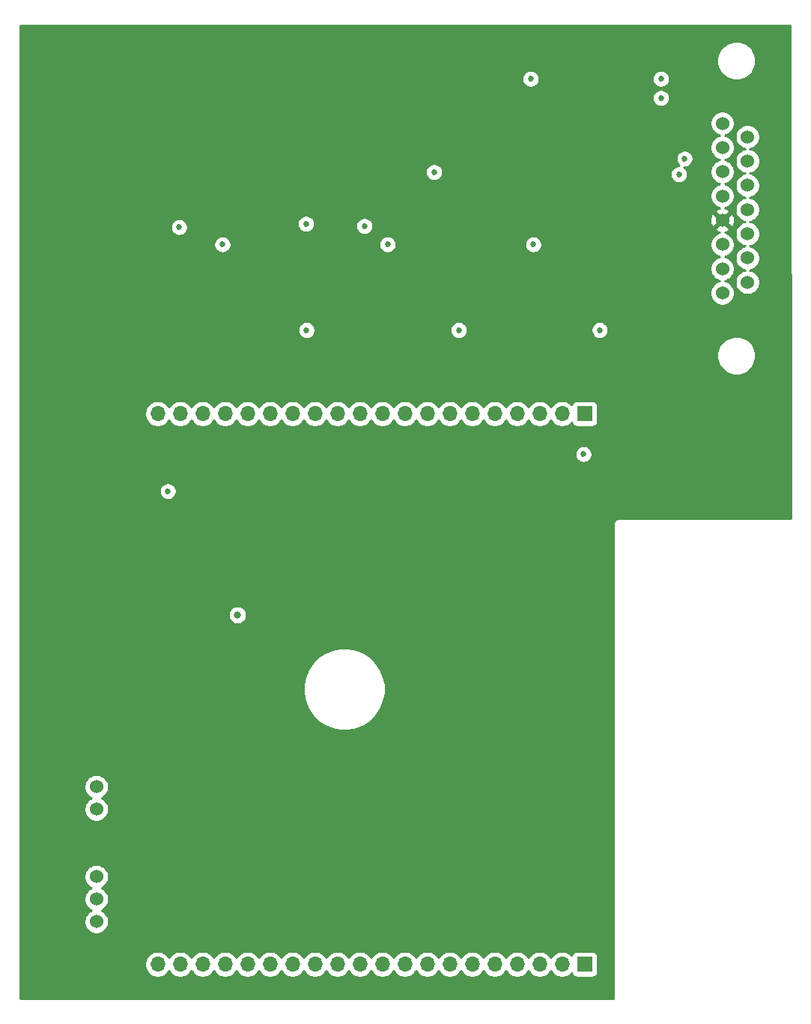
<source format=gbr>
%TF.GenerationSoftware,KiCad,Pcbnew,(5.1.8-0-10_14)*%
%TF.CreationDate,2021-04-23T13:19:29-04:00*%
%TF.ProjectId,Data Collection Shield for Chest Strap Assembly,44617461-2043-46f6-9c6c-656374696f6e,rev?*%
%TF.SameCoordinates,Original*%
%TF.FileFunction,Copper,L3,Inr*%
%TF.FilePolarity,Positive*%
%FSLAX46Y46*%
G04 Gerber Fmt 4.6, Leading zero omitted, Abs format (unit mm)*
G04 Created by KiCad (PCBNEW (5.1.8-0-10_14)) date 2021-04-23 13:19:29*
%MOMM*%
%LPD*%
G01*
G04 APERTURE LIST*
%TA.AperFunction,ComponentPad*%
%ADD10C,1.524000*%
%TD*%
%TA.AperFunction,ComponentPad*%
%ADD11O,1.700000X1.700000*%
%TD*%
%TA.AperFunction,ComponentPad*%
%ADD12R,1.700000X1.700000*%
%TD*%
%TA.AperFunction,ViaPad*%
%ADD13C,0.685000*%
%TD*%
%TA.AperFunction,ViaPad*%
%ADD14C,0.800000*%
%TD*%
%TA.AperFunction,Conductor*%
%ADD15C,0.254000*%
%TD*%
%TA.AperFunction,Conductor*%
%ADD16C,0.100000*%
%TD*%
G04 APERTURE END LIST*
D10*
%TO.N,SIG_IN2*%
%TO.C,J1*%
X177926000Y-49981000D03*
%TO.N,SIG_IN1*%
X177926000Y-52721000D03*
%TO.N,SIG_IN0*%
X177926000Y-55461000D03*
%TO.N,CH6*%
X177926000Y-58201000D03*
%TO.N,FLEX_SCL*%
X177926000Y-60941000D03*
%TO.N,FLEX_SDA*%
X177926000Y-63681000D03*
%TO.N,FLEX_nDRDY*%
X177926000Y-66421000D03*
%TO.N,FLEX_nRST*%
X175086000Y-48449000D03*
%TO.N,SIG_IN3*%
X175086000Y-51189000D03*
%TO.N,SIG_IN4*%
X175086000Y-53929000D03*
%TO.N,SIG_IN5*%
X175086000Y-56669000D03*
%TO.N,10V*%
X175086000Y-59409000D03*
%TO.N,5V*%
X175086000Y-62149000D03*
%TO.N,3.3V*%
X175086000Y-64889000D03*
%TO.N,AGND*%
X175086000Y-67629000D03*
%TD*%
%TO.N,Net-(C13-Pad1)*%
%TO.C,U3*%
X104316000Y-138684000D03*
%TO.N,Net-(U3-Pad3)*%
X104316000Y-136144000D03*
%TO.N,AGND*%
X104316000Y-133604000D03*
%TO.N,DGND*%
X104316000Y-125984000D03*
%TO.N,Net-(C8-Pad1)*%
X104316000Y-123444000D03*
%TD*%
D11*
%TO.N,DGND*%
%TO.C,U8*%
X111252000Y-143510000D03*
%TO.N,5V_IN*%
X113792000Y-143510000D03*
%TO.N,Net-(U8-Pad18)*%
X116332000Y-143510000D03*
%TO.N,Net-(U8-Pad17)*%
X118872000Y-143510000D03*
%TO.N,Net-(U8-Pad16)*%
X121412000Y-143510000D03*
%TO.N,Net-(U8-Pad15)*%
X123952000Y-143510000D03*
%TO.N,DGND*%
X126492000Y-143510000D03*
%TO.N,Net-(U8-Pad13)*%
X129032000Y-143510000D03*
%TO.N,DGND*%
X131572000Y-143510000D03*
%TO.N,Net-(U8-Pad11)*%
X134112000Y-143510000D03*
%TO.N,DGND*%
X136652000Y-143510000D03*
%TO.N,Net-(U8-Pad9)*%
X139192000Y-143510000D03*
%TO.N,DGND*%
X141732000Y-143510000D03*
%TO.N,FLEX_nRST*%
X144272000Y-143510000D03*
%TO.N,DGND*%
X146812000Y-143510000D03*
%TO.N,FLEX_nDRDY*%
X149352000Y-143510000D03*
%TO.N,DGND*%
X151892000Y-143510000D03*
%TO.N,FLEX_SDA*%
X154432000Y-143510000D03*
%TO.N,DGND*%
X156972000Y-143510000D03*
D12*
%TO.N,FLEX_SCL*%
X159512000Y-143510000D03*
%TD*%
D11*
%TO.N,AGND*%
%TO.C,U10*%
X111252000Y-81280000D03*
X113792000Y-81280000D03*
X116332000Y-81280000D03*
%TO.N,Net-(U10-Pad17)*%
X118872000Y-81280000D03*
%TO.N,AGND*%
X121412000Y-81280000D03*
%TO.N,Net-(U10-Pad15)*%
X123952000Y-81280000D03*
%TO.N,AGND*%
X126492000Y-81280000D03*
%TO.N,CH6*%
X129032000Y-81280000D03*
%TO.N,AGND*%
X131572000Y-81280000D03*
%TO.N,CH5*%
X134112000Y-81280000D03*
%TO.N,AGND*%
X136652000Y-81280000D03*
%TO.N,CH4*%
X139192000Y-81280000D03*
%TO.N,AGND*%
X141732000Y-81280000D03*
%TO.N,CH3*%
X144272000Y-81280000D03*
%TO.N,AGND*%
X146812000Y-81280000D03*
%TO.N,CH2*%
X149352000Y-81280000D03*
%TO.N,AGND*%
X151892000Y-81280000D03*
%TO.N,CH1*%
X154432000Y-81280000D03*
%TO.N,AGND*%
X156972000Y-81280000D03*
D12*
%TO.N,CH0*%
X159512000Y-81280000D03*
%TD*%
D13*
%TO.N,5V*%
X112395000Y-90043000D03*
X153716000Y-62149000D03*
X137241000Y-62149000D03*
X118572000Y-62149000D03*
D14*
%TO.N,AGND*%
X120269000Y-104013000D03*
D13*
X128079500Y-71818500D03*
X145288000Y-71818500D03*
X161226500Y-71818500D03*
%TO.N,10V*%
X104013000Y-93853000D03*
X120599200Y-76847700D03*
X137744200Y-76847700D03*
X153809700Y-76847700D03*
%TO.N,3.3V*%
X159385000Y-85852000D03*
%TO.N,SIG_IN0*%
X168148000Y-45593000D03*
%TO.N,SIG_IN2*%
X168148000Y-43434000D03*
X153416000Y-43434000D03*
%TO.N,SIG_IN3*%
X134620000Y-60071000D03*
%TO.N,SIG_IN4*%
X128016000Y-59817000D03*
X170815000Y-52451000D03*
%TO.N,SIG_IN5*%
X113665000Y-60198000D03*
X142494000Y-53975000D03*
X170180000Y-54229000D03*
%TD*%
D15*
%TO.N,10V*%
X182854062Y-93095000D02*
X163466419Y-93095000D01*
X163434000Y-93091807D01*
X163401581Y-93095000D01*
X163304617Y-93104550D01*
X163180207Y-93142290D01*
X163065550Y-93203575D01*
X162965052Y-93286052D01*
X162882575Y-93386550D01*
X162821290Y-93501207D01*
X162783550Y-93625617D01*
X162770807Y-93755000D01*
X162774001Y-93787430D01*
X162774000Y-147375000D01*
X95736000Y-147375000D01*
X95736000Y-143363740D01*
X109767000Y-143363740D01*
X109767000Y-143656260D01*
X109824068Y-143943158D01*
X109936010Y-144213411D01*
X110098525Y-144456632D01*
X110305368Y-144663475D01*
X110548589Y-144825990D01*
X110818842Y-144937932D01*
X111105740Y-144995000D01*
X111398260Y-144995000D01*
X111685158Y-144937932D01*
X111955411Y-144825990D01*
X112198632Y-144663475D01*
X112405475Y-144456632D01*
X112522000Y-144282240D01*
X112638525Y-144456632D01*
X112845368Y-144663475D01*
X113088589Y-144825990D01*
X113358842Y-144937932D01*
X113645740Y-144995000D01*
X113938260Y-144995000D01*
X114225158Y-144937932D01*
X114495411Y-144825990D01*
X114738632Y-144663475D01*
X114945475Y-144456632D01*
X115062000Y-144282240D01*
X115178525Y-144456632D01*
X115385368Y-144663475D01*
X115628589Y-144825990D01*
X115898842Y-144937932D01*
X116185740Y-144995000D01*
X116478260Y-144995000D01*
X116765158Y-144937932D01*
X117035411Y-144825990D01*
X117278632Y-144663475D01*
X117485475Y-144456632D01*
X117602000Y-144282240D01*
X117718525Y-144456632D01*
X117925368Y-144663475D01*
X118168589Y-144825990D01*
X118438842Y-144937932D01*
X118725740Y-144995000D01*
X119018260Y-144995000D01*
X119305158Y-144937932D01*
X119575411Y-144825990D01*
X119818632Y-144663475D01*
X120025475Y-144456632D01*
X120142000Y-144282240D01*
X120258525Y-144456632D01*
X120465368Y-144663475D01*
X120708589Y-144825990D01*
X120978842Y-144937932D01*
X121265740Y-144995000D01*
X121558260Y-144995000D01*
X121845158Y-144937932D01*
X122115411Y-144825990D01*
X122358632Y-144663475D01*
X122565475Y-144456632D01*
X122682000Y-144282240D01*
X122798525Y-144456632D01*
X123005368Y-144663475D01*
X123248589Y-144825990D01*
X123518842Y-144937932D01*
X123805740Y-144995000D01*
X124098260Y-144995000D01*
X124385158Y-144937932D01*
X124655411Y-144825990D01*
X124898632Y-144663475D01*
X125105475Y-144456632D01*
X125222000Y-144282240D01*
X125338525Y-144456632D01*
X125545368Y-144663475D01*
X125788589Y-144825990D01*
X126058842Y-144937932D01*
X126345740Y-144995000D01*
X126638260Y-144995000D01*
X126925158Y-144937932D01*
X127195411Y-144825990D01*
X127438632Y-144663475D01*
X127645475Y-144456632D01*
X127762000Y-144282240D01*
X127878525Y-144456632D01*
X128085368Y-144663475D01*
X128328589Y-144825990D01*
X128598842Y-144937932D01*
X128885740Y-144995000D01*
X129178260Y-144995000D01*
X129465158Y-144937932D01*
X129735411Y-144825990D01*
X129978632Y-144663475D01*
X130185475Y-144456632D01*
X130302000Y-144282240D01*
X130418525Y-144456632D01*
X130625368Y-144663475D01*
X130868589Y-144825990D01*
X131138842Y-144937932D01*
X131425740Y-144995000D01*
X131718260Y-144995000D01*
X132005158Y-144937932D01*
X132275411Y-144825990D01*
X132518632Y-144663475D01*
X132725475Y-144456632D01*
X132842000Y-144282240D01*
X132958525Y-144456632D01*
X133165368Y-144663475D01*
X133408589Y-144825990D01*
X133678842Y-144937932D01*
X133965740Y-144995000D01*
X134258260Y-144995000D01*
X134545158Y-144937932D01*
X134815411Y-144825990D01*
X135058632Y-144663475D01*
X135265475Y-144456632D01*
X135382000Y-144282240D01*
X135498525Y-144456632D01*
X135705368Y-144663475D01*
X135948589Y-144825990D01*
X136218842Y-144937932D01*
X136505740Y-144995000D01*
X136798260Y-144995000D01*
X137085158Y-144937932D01*
X137355411Y-144825990D01*
X137598632Y-144663475D01*
X137805475Y-144456632D01*
X137922000Y-144282240D01*
X138038525Y-144456632D01*
X138245368Y-144663475D01*
X138488589Y-144825990D01*
X138758842Y-144937932D01*
X139045740Y-144995000D01*
X139338260Y-144995000D01*
X139625158Y-144937932D01*
X139895411Y-144825990D01*
X140138632Y-144663475D01*
X140345475Y-144456632D01*
X140462000Y-144282240D01*
X140578525Y-144456632D01*
X140785368Y-144663475D01*
X141028589Y-144825990D01*
X141298842Y-144937932D01*
X141585740Y-144995000D01*
X141878260Y-144995000D01*
X142165158Y-144937932D01*
X142435411Y-144825990D01*
X142678632Y-144663475D01*
X142885475Y-144456632D01*
X143002000Y-144282240D01*
X143118525Y-144456632D01*
X143325368Y-144663475D01*
X143568589Y-144825990D01*
X143838842Y-144937932D01*
X144125740Y-144995000D01*
X144418260Y-144995000D01*
X144705158Y-144937932D01*
X144975411Y-144825990D01*
X145218632Y-144663475D01*
X145425475Y-144456632D01*
X145542000Y-144282240D01*
X145658525Y-144456632D01*
X145865368Y-144663475D01*
X146108589Y-144825990D01*
X146378842Y-144937932D01*
X146665740Y-144995000D01*
X146958260Y-144995000D01*
X147245158Y-144937932D01*
X147515411Y-144825990D01*
X147758632Y-144663475D01*
X147965475Y-144456632D01*
X148082000Y-144282240D01*
X148198525Y-144456632D01*
X148405368Y-144663475D01*
X148648589Y-144825990D01*
X148918842Y-144937932D01*
X149205740Y-144995000D01*
X149498260Y-144995000D01*
X149785158Y-144937932D01*
X150055411Y-144825990D01*
X150298632Y-144663475D01*
X150505475Y-144456632D01*
X150622000Y-144282240D01*
X150738525Y-144456632D01*
X150945368Y-144663475D01*
X151188589Y-144825990D01*
X151458842Y-144937932D01*
X151745740Y-144995000D01*
X152038260Y-144995000D01*
X152325158Y-144937932D01*
X152595411Y-144825990D01*
X152838632Y-144663475D01*
X153045475Y-144456632D01*
X153162000Y-144282240D01*
X153278525Y-144456632D01*
X153485368Y-144663475D01*
X153728589Y-144825990D01*
X153998842Y-144937932D01*
X154285740Y-144995000D01*
X154578260Y-144995000D01*
X154865158Y-144937932D01*
X155135411Y-144825990D01*
X155378632Y-144663475D01*
X155585475Y-144456632D01*
X155702000Y-144282240D01*
X155818525Y-144456632D01*
X156025368Y-144663475D01*
X156268589Y-144825990D01*
X156538842Y-144937932D01*
X156825740Y-144995000D01*
X157118260Y-144995000D01*
X157405158Y-144937932D01*
X157675411Y-144825990D01*
X157918632Y-144663475D01*
X158050487Y-144531620D01*
X158072498Y-144604180D01*
X158131463Y-144714494D01*
X158210815Y-144811185D01*
X158307506Y-144890537D01*
X158417820Y-144949502D01*
X158537518Y-144985812D01*
X158662000Y-144998072D01*
X160362000Y-144998072D01*
X160486482Y-144985812D01*
X160606180Y-144949502D01*
X160716494Y-144890537D01*
X160813185Y-144811185D01*
X160892537Y-144714494D01*
X160951502Y-144604180D01*
X160987812Y-144484482D01*
X161000072Y-144360000D01*
X161000072Y-142660000D01*
X160987812Y-142535518D01*
X160951502Y-142415820D01*
X160892537Y-142305506D01*
X160813185Y-142208815D01*
X160716494Y-142129463D01*
X160606180Y-142070498D01*
X160486482Y-142034188D01*
X160362000Y-142021928D01*
X158662000Y-142021928D01*
X158537518Y-142034188D01*
X158417820Y-142070498D01*
X158307506Y-142129463D01*
X158210815Y-142208815D01*
X158131463Y-142305506D01*
X158072498Y-142415820D01*
X158050487Y-142488380D01*
X157918632Y-142356525D01*
X157675411Y-142194010D01*
X157405158Y-142082068D01*
X157118260Y-142025000D01*
X156825740Y-142025000D01*
X156538842Y-142082068D01*
X156268589Y-142194010D01*
X156025368Y-142356525D01*
X155818525Y-142563368D01*
X155702000Y-142737760D01*
X155585475Y-142563368D01*
X155378632Y-142356525D01*
X155135411Y-142194010D01*
X154865158Y-142082068D01*
X154578260Y-142025000D01*
X154285740Y-142025000D01*
X153998842Y-142082068D01*
X153728589Y-142194010D01*
X153485368Y-142356525D01*
X153278525Y-142563368D01*
X153162000Y-142737760D01*
X153045475Y-142563368D01*
X152838632Y-142356525D01*
X152595411Y-142194010D01*
X152325158Y-142082068D01*
X152038260Y-142025000D01*
X151745740Y-142025000D01*
X151458842Y-142082068D01*
X151188589Y-142194010D01*
X150945368Y-142356525D01*
X150738525Y-142563368D01*
X150622000Y-142737760D01*
X150505475Y-142563368D01*
X150298632Y-142356525D01*
X150055411Y-142194010D01*
X149785158Y-142082068D01*
X149498260Y-142025000D01*
X149205740Y-142025000D01*
X148918842Y-142082068D01*
X148648589Y-142194010D01*
X148405368Y-142356525D01*
X148198525Y-142563368D01*
X148082000Y-142737760D01*
X147965475Y-142563368D01*
X147758632Y-142356525D01*
X147515411Y-142194010D01*
X147245158Y-142082068D01*
X146958260Y-142025000D01*
X146665740Y-142025000D01*
X146378842Y-142082068D01*
X146108589Y-142194010D01*
X145865368Y-142356525D01*
X145658525Y-142563368D01*
X145542000Y-142737760D01*
X145425475Y-142563368D01*
X145218632Y-142356525D01*
X144975411Y-142194010D01*
X144705158Y-142082068D01*
X144418260Y-142025000D01*
X144125740Y-142025000D01*
X143838842Y-142082068D01*
X143568589Y-142194010D01*
X143325368Y-142356525D01*
X143118525Y-142563368D01*
X143002000Y-142737760D01*
X142885475Y-142563368D01*
X142678632Y-142356525D01*
X142435411Y-142194010D01*
X142165158Y-142082068D01*
X141878260Y-142025000D01*
X141585740Y-142025000D01*
X141298842Y-142082068D01*
X141028589Y-142194010D01*
X140785368Y-142356525D01*
X140578525Y-142563368D01*
X140462000Y-142737760D01*
X140345475Y-142563368D01*
X140138632Y-142356525D01*
X139895411Y-142194010D01*
X139625158Y-142082068D01*
X139338260Y-142025000D01*
X139045740Y-142025000D01*
X138758842Y-142082068D01*
X138488589Y-142194010D01*
X138245368Y-142356525D01*
X138038525Y-142563368D01*
X137922000Y-142737760D01*
X137805475Y-142563368D01*
X137598632Y-142356525D01*
X137355411Y-142194010D01*
X137085158Y-142082068D01*
X136798260Y-142025000D01*
X136505740Y-142025000D01*
X136218842Y-142082068D01*
X135948589Y-142194010D01*
X135705368Y-142356525D01*
X135498525Y-142563368D01*
X135382000Y-142737760D01*
X135265475Y-142563368D01*
X135058632Y-142356525D01*
X134815411Y-142194010D01*
X134545158Y-142082068D01*
X134258260Y-142025000D01*
X133965740Y-142025000D01*
X133678842Y-142082068D01*
X133408589Y-142194010D01*
X133165368Y-142356525D01*
X132958525Y-142563368D01*
X132842000Y-142737760D01*
X132725475Y-142563368D01*
X132518632Y-142356525D01*
X132275411Y-142194010D01*
X132005158Y-142082068D01*
X131718260Y-142025000D01*
X131425740Y-142025000D01*
X131138842Y-142082068D01*
X130868589Y-142194010D01*
X130625368Y-142356525D01*
X130418525Y-142563368D01*
X130302000Y-142737760D01*
X130185475Y-142563368D01*
X129978632Y-142356525D01*
X129735411Y-142194010D01*
X129465158Y-142082068D01*
X129178260Y-142025000D01*
X128885740Y-142025000D01*
X128598842Y-142082068D01*
X128328589Y-142194010D01*
X128085368Y-142356525D01*
X127878525Y-142563368D01*
X127762000Y-142737760D01*
X127645475Y-142563368D01*
X127438632Y-142356525D01*
X127195411Y-142194010D01*
X126925158Y-142082068D01*
X126638260Y-142025000D01*
X126345740Y-142025000D01*
X126058842Y-142082068D01*
X125788589Y-142194010D01*
X125545368Y-142356525D01*
X125338525Y-142563368D01*
X125222000Y-142737760D01*
X125105475Y-142563368D01*
X124898632Y-142356525D01*
X124655411Y-142194010D01*
X124385158Y-142082068D01*
X124098260Y-142025000D01*
X123805740Y-142025000D01*
X123518842Y-142082068D01*
X123248589Y-142194010D01*
X123005368Y-142356525D01*
X122798525Y-142563368D01*
X122682000Y-142737760D01*
X122565475Y-142563368D01*
X122358632Y-142356525D01*
X122115411Y-142194010D01*
X121845158Y-142082068D01*
X121558260Y-142025000D01*
X121265740Y-142025000D01*
X120978842Y-142082068D01*
X120708589Y-142194010D01*
X120465368Y-142356525D01*
X120258525Y-142563368D01*
X120142000Y-142737760D01*
X120025475Y-142563368D01*
X119818632Y-142356525D01*
X119575411Y-142194010D01*
X119305158Y-142082068D01*
X119018260Y-142025000D01*
X118725740Y-142025000D01*
X118438842Y-142082068D01*
X118168589Y-142194010D01*
X117925368Y-142356525D01*
X117718525Y-142563368D01*
X117602000Y-142737760D01*
X117485475Y-142563368D01*
X117278632Y-142356525D01*
X117035411Y-142194010D01*
X116765158Y-142082068D01*
X116478260Y-142025000D01*
X116185740Y-142025000D01*
X115898842Y-142082068D01*
X115628589Y-142194010D01*
X115385368Y-142356525D01*
X115178525Y-142563368D01*
X115062000Y-142737760D01*
X114945475Y-142563368D01*
X114738632Y-142356525D01*
X114495411Y-142194010D01*
X114225158Y-142082068D01*
X113938260Y-142025000D01*
X113645740Y-142025000D01*
X113358842Y-142082068D01*
X113088589Y-142194010D01*
X112845368Y-142356525D01*
X112638525Y-142563368D01*
X112522000Y-142737760D01*
X112405475Y-142563368D01*
X112198632Y-142356525D01*
X111955411Y-142194010D01*
X111685158Y-142082068D01*
X111398260Y-142025000D01*
X111105740Y-142025000D01*
X110818842Y-142082068D01*
X110548589Y-142194010D01*
X110305368Y-142356525D01*
X110098525Y-142563368D01*
X109936010Y-142806589D01*
X109824068Y-143076842D01*
X109767000Y-143363740D01*
X95736000Y-143363740D01*
X95736000Y-133466408D01*
X102919000Y-133466408D01*
X102919000Y-133741592D01*
X102972686Y-134011490D01*
X103077995Y-134265727D01*
X103230880Y-134494535D01*
X103425465Y-134689120D01*
X103654273Y-134842005D01*
X103731515Y-134874000D01*
X103654273Y-134905995D01*
X103425465Y-135058880D01*
X103230880Y-135253465D01*
X103077995Y-135482273D01*
X102972686Y-135736510D01*
X102919000Y-136006408D01*
X102919000Y-136281592D01*
X102972686Y-136551490D01*
X103077995Y-136805727D01*
X103230880Y-137034535D01*
X103425465Y-137229120D01*
X103654273Y-137382005D01*
X103731515Y-137414000D01*
X103654273Y-137445995D01*
X103425465Y-137598880D01*
X103230880Y-137793465D01*
X103077995Y-138022273D01*
X102972686Y-138276510D01*
X102919000Y-138546408D01*
X102919000Y-138821592D01*
X102972686Y-139091490D01*
X103077995Y-139345727D01*
X103230880Y-139574535D01*
X103425465Y-139769120D01*
X103654273Y-139922005D01*
X103908510Y-140027314D01*
X104178408Y-140081000D01*
X104453592Y-140081000D01*
X104723490Y-140027314D01*
X104977727Y-139922005D01*
X105206535Y-139769120D01*
X105401120Y-139574535D01*
X105554005Y-139345727D01*
X105659314Y-139091490D01*
X105713000Y-138821592D01*
X105713000Y-138546408D01*
X105659314Y-138276510D01*
X105554005Y-138022273D01*
X105401120Y-137793465D01*
X105206535Y-137598880D01*
X104977727Y-137445995D01*
X104900485Y-137414000D01*
X104977727Y-137382005D01*
X105206535Y-137229120D01*
X105401120Y-137034535D01*
X105554005Y-136805727D01*
X105659314Y-136551490D01*
X105713000Y-136281592D01*
X105713000Y-136006408D01*
X105659314Y-135736510D01*
X105554005Y-135482273D01*
X105401120Y-135253465D01*
X105206535Y-135058880D01*
X104977727Y-134905995D01*
X104900485Y-134874000D01*
X104977727Y-134842005D01*
X105206535Y-134689120D01*
X105401120Y-134494535D01*
X105554005Y-134265727D01*
X105659314Y-134011490D01*
X105713000Y-133741592D01*
X105713000Y-133466408D01*
X105659314Y-133196510D01*
X105554005Y-132942273D01*
X105401120Y-132713465D01*
X105206535Y-132518880D01*
X104977727Y-132365995D01*
X104723490Y-132260686D01*
X104453592Y-132207000D01*
X104178408Y-132207000D01*
X103908510Y-132260686D01*
X103654273Y-132365995D01*
X103425465Y-132518880D01*
X103230880Y-132713465D01*
X103077995Y-132942273D01*
X102972686Y-133196510D01*
X102919000Y-133466408D01*
X95736000Y-133466408D01*
X95736000Y-123306408D01*
X102919000Y-123306408D01*
X102919000Y-123581592D01*
X102972686Y-123851490D01*
X103077995Y-124105727D01*
X103230880Y-124334535D01*
X103425465Y-124529120D01*
X103654273Y-124682005D01*
X103731515Y-124714000D01*
X103654273Y-124745995D01*
X103425465Y-124898880D01*
X103230880Y-125093465D01*
X103077995Y-125322273D01*
X102972686Y-125576510D01*
X102919000Y-125846408D01*
X102919000Y-126121592D01*
X102972686Y-126391490D01*
X103077995Y-126645727D01*
X103230880Y-126874535D01*
X103425465Y-127069120D01*
X103654273Y-127222005D01*
X103908510Y-127327314D01*
X104178408Y-127381000D01*
X104453592Y-127381000D01*
X104723490Y-127327314D01*
X104977727Y-127222005D01*
X105206535Y-127069120D01*
X105401120Y-126874535D01*
X105554005Y-126645727D01*
X105659314Y-126391490D01*
X105713000Y-126121592D01*
X105713000Y-125846408D01*
X105659314Y-125576510D01*
X105554005Y-125322273D01*
X105401120Y-125093465D01*
X105206535Y-124898880D01*
X104977727Y-124745995D01*
X104900485Y-124714000D01*
X104977727Y-124682005D01*
X105206535Y-124529120D01*
X105401120Y-124334535D01*
X105554005Y-124105727D01*
X105659314Y-123851490D01*
X105713000Y-123581592D01*
X105713000Y-123306408D01*
X105659314Y-123036510D01*
X105554005Y-122782273D01*
X105401120Y-122553465D01*
X105206535Y-122358880D01*
X104977727Y-122205995D01*
X104723490Y-122100686D01*
X104453592Y-122047000D01*
X104178408Y-122047000D01*
X103908510Y-122100686D01*
X103654273Y-122205995D01*
X103425465Y-122358880D01*
X103230880Y-122553465D01*
X103077995Y-122782273D01*
X102972686Y-123036510D01*
X102919000Y-123306408D01*
X95736000Y-123306408D01*
X95736000Y-111936280D01*
X127676535Y-111936280D01*
X127676535Y-112853720D01*
X127855519Y-113753532D01*
X128206608Y-114601137D01*
X128716311Y-115363961D01*
X129365039Y-116012689D01*
X130127863Y-116522392D01*
X130975468Y-116873481D01*
X131875280Y-117052465D01*
X132792720Y-117052465D01*
X133692532Y-116873481D01*
X134540137Y-116522392D01*
X135302961Y-116012689D01*
X135951689Y-115363961D01*
X136461392Y-114601137D01*
X136812481Y-113753532D01*
X136991465Y-112853720D01*
X136991465Y-111936280D01*
X136812481Y-111036468D01*
X136461392Y-110188863D01*
X135951689Y-109426039D01*
X135302961Y-108777311D01*
X134540137Y-108267608D01*
X133692532Y-107916519D01*
X132792720Y-107737535D01*
X131875280Y-107737535D01*
X130975468Y-107916519D01*
X130127863Y-108267608D01*
X129365039Y-108777311D01*
X128716311Y-109426039D01*
X128206608Y-110188863D01*
X127855519Y-111036468D01*
X127676535Y-111936280D01*
X95736000Y-111936280D01*
X95736000Y-103911061D01*
X119234000Y-103911061D01*
X119234000Y-104114939D01*
X119273774Y-104314898D01*
X119351795Y-104503256D01*
X119465063Y-104672774D01*
X119609226Y-104816937D01*
X119778744Y-104930205D01*
X119967102Y-105008226D01*
X120167061Y-105048000D01*
X120370939Y-105048000D01*
X120570898Y-105008226D01*
X120759256Y-104930205D01*
X120928774Y-104816937D01*
X121072937Y-104672774D01*
X121186205Y-104503256D01*
X121264226Y-104314898D01*
X121304000Y-104114939D01*
X121304000Y-103911061D01*
X121264226Y-103711102D01*
X121186205Y-103522744D01*
X121072937Y-103353226D01*
X120928774Y-103209063D01*
X120759256Y-103095795D01*
X120570898Y-103017774D01*
X120370939Y-102978000D01*
X120167061Y-102978000D01*
X119967102Y-103017774D01*
X119778744Y-103095795D01*
X119609226Y-103209063D01*
X119465063Y-103353226D01*
X119351795Y-103522744D01*
X119273774Y-103711102D01*
X119234000Y-103911061D01*
X95736000Y-103911061D01*
X95736000Y-89946725D01*
X111417500Y-89946725D01*
X111417500Y-90139275D01*
X111455064Y-90328126D01*
X111528750Y-90506020D01*
X111635726Y-90666120D01*
X111771880Y-90802274D01*
X111931980Y-90909250D01*
X112109874Y-90982936D01*
X112298725Y-91020500D01*
X112491275Y-91020500D01*
X112680126Y-90982936D01*
X112858020Y-90909250D01*
X113018120Y-90802274D01*
X113154274Y-90666120D01*
X113261250Y-90506020D01*
X113334936Y-90328126D01*
X113372500Y-90139275D01*
X113372500Y-89946725D01*
X113334936Y-89757874D01*
X113261250Y-89579980D01*
X113154274Y-89419880D01*
X113018120Y-89283726D01*
X112858020Y-89176750D01*
X112680126Y-89103064D01*
X112491275Y-89065500D01*
X112298725Y-89065500D01*
X112109874Y-89103064D01*
X111931980Y-89176750D01*
X111771880Y-89283726D01*
X111635726Y-89419880D01*
X111528750Y-89579980D01*
X111455064Y-89757874D01*
X111417500Y-89946725D01*
X95736000Y-89946725D01*
X95736000Y-85755725D01*
X158407500Y-85755725D01*
X158407500Y-85948275D01*
X158445064Y-86137126D01*
X158518750Y-86315020D01*
X158625726Y-86475120D01*
X158761880Y-86611274D01*
X158921980Y-86718250D01*
X159099874Y-86791936D01*
X159288725Y-86829500D01*
X159481275Y-86829500D01*
X159670126Y-86791936D01*
X159848020Y-86718250D01*
X160008120Y-86611274D01*
X160144274Y-86475120D01*
X160251250Y-86315020D01*
X160324936Y-86137126D01*
X160362500Y-85948275D01*
X160362500Y-85755725D01*
X160324936Y-85566874D01*
X160251250Y-85388980D01*
X160144274Y-85228880D01*
X160008120Y-85092726D01*
X159848020Y-84985750D01*
X159670126Y-84912064D01*
X159481275Y-84874500D01*
X159288725Y-84874500D01*
X159099874Y-84912064D01*
X158921980Y-84985750D01*
X158761880Y-85092726D01*
X158625726Y-85228880D01*
X158518750Y-85388980D01*
X158445064Y-85566874D01*
X158407500Y-85755725D01*
X95736000Y-85755725D01*
X95736000Y-81133740D01*
X109767000Y-81133740D01*
X109767000Y-81426260D01*
X109824068Y-81713158D01*
X109936010Y-81983411D01*
X110098525Y-82226632D01*
X110305368Y-82433475D01*
X110548589Y-82595990D01*
X110818842Y-82707932D01*
X111105740Y-82765000D01*
X111398260Y-82765000D01*
X111685158Y-82707932D01*
X111955411Y-82595990D01*
X112198632Y-82433475D01*
X112405475Y-82226632D01*
X112522000Y-82052240D01*
X112638525Y-82226632D01*
X112845368Y-82433475D01*
X113088589Y-82595990D01*
X113358842Y-82707932D01*
X113645740Y-82765000D01*
X113938260Y-82765000D01*
X114225158Y-82707932D01*
X114495411Y-82595990D01*
X114738632Y-82433475D01*
X114945475Y-82226632D01*
X115062000Y-82052240D01*
X115178525Y-82226632D01*
X115385368Y-82433475D01*
X115628589Y-82595990D01*
X115898842Y-82707932D01*
X116185740Y-82765000D01*
X116478260Y-82765000D01*
X116765158Y-82707932D01*
X117035411Y-82595990D01*
X117278632Y-82433475D01*
X117485475Y-82226632D01*
X117602000Y-82052240D01*
X117718525Y-82226632D01*
X117925368Y-82433475D01*
X118168589Y-82595990D01*
X118438842Y-82707932D01*
X118725740Y-82765000D01*
X119018260Y-82765000D01*
X119305158Y-82707932D01*
X119575411Y-82595990D01*
X119818632Y-82433475D01*
X120025475Y-82226632D01*
X120142000Y-82052240D01*
X120258525Y-82226632D01*
X120465368Y-82433475D01*
X120708589Y-82595990D01*
X120978842Y-82707932D01*
X121265740Y-82765000D01*
X121558260Y-82765000D01*
X121845158Y-82707932D01*
X122115411Y-82595990D01*
X122358632Y-82433475D01*
X122565475Y-82226632D01*
X122682000Y-82052240D01*
X122798525Y-82226632D01*
X123005368Y-82433475D01*
X123248589Y-82595990D01*
X123518842Y-82707932D01*
X123805740Y-82765000D01*
X124098260Y-82765000D01*
X124385158Y-82707932D01*
X124655411Y-82595990D01*
X124898632Y-82433475D01*
X125105475Y-82226632D01*
X125222000Y-82052240D01*
X125338525Y-82226632D01*
X125545368Y-82433475D01*
X125788589Y-82595990D01*
X126058842Y-82707932D01*
X126345740Y-82765000D01*
X126638260Y-82765000D01*
X126925158Y-82707932D01*
X127195411Y-82595990D01*
X127438632Y-82433475D01*
X127645475Y-82226632D01*
X127762000Y-82052240D01*
X127878525Y-82226632D01*
X128085368Y-82433475D01*
X128328589Y-82595990D01*
X128598842Y-82707932D01*
X128885740Y-82765000D01*
X129178260Y-82765000D01*
X129465158Y-82707932D01*
X129735411Y-82595990D01*
X129978632Y-82433475D01*
X130185475Y-82226632D01*
X130302000Y-82052240D01*
X130418525Y-82226632D01*
X130625368Y-82433475D01*
X130868589Y-82595990D01*
X131138842Y-82707932D01*
X131425740Y-82765000D01*
X131718260Y-82765000D01*
X132005158Y-82707932D01*
X132275411Y-82595990D01*
X132518632Y-82433475D01*
X132725475Y-82226632D01*
X132842000Y-82052240D01*
X132958525Y-82226632D01*
X133165368Y-82433475D01*
X133408589Y-82595990D01*
X133678842Y-82707932D01*
X133965740Y-82765000D01*
X134258260Y-82765000D01*
X134545158Y-82707932D01*
X134815411Y-82595990D01*
X135058632Y-82433475D01*
X135265475Y-82226632D01*
X135382000Y-82052240D01*
X135498525Y-82226632D01*
X135705368Y-82433475D01*
X135948589Y-82595990D01*
X136218842Y-82707932D01*
X136505740Y-82765000D01*
X136798260Y-82765000D01*
X137085158Y-82707932D01*
X137355411Y-82595990D01*
X137598632Y-82433475D01*
X137805475Y-82226632D01*
X137922000Y-82052240D01*
X138038525Y-82226632D01*
X138245368Y-82433475D01*
X138488589Y-82595990D01*
X138758842Y-82707932D01*
X139045740Y-82765000D01*
X139338260Y-82765000D01*
X139625158Y-82707932D01*
X139895411Y-82595990D01*
X140138632Y-82433475D01*
X140345475Y-82226632D01*
X140462000Y-82052240D01*
X140578525Y-82226632D01*
X140785368Y-82433475D01*
X141028589Y-82595990D01*
X141298842Y-82707932D01*
X141585740Y-82765000D01*
X141878260Y-82765000D01*
X142165158Y-82707932D01*
X142435411Y-82595990D01*
X142678632Y-82433475D01*
X142885475Y-82226632D01*
X143002000Y-82052240D01*
X143118525Y-82226632D01*
X143325368Y-82433475D01*
X143568589Y-82595990D01*
X143838842Y-82707932D01*
X144125740Y-82765000D01*
X144418260Y-82765000D01*
X144705158Y-82707932D01*
X144975411Y-82595990D01*
X145218632Y-82433475D01*
X145425475Y-82226632D01*
X145542000Y-82052240D01*
X145658525Y-82226632D01*
X145865368Y-82433475D01*
X146108589Y-82595990D01*
X146378842Y-82707932D01*
X146665740Y-82765000D01*
X146958260Y-82765000D01*
X147245158Y-82707932D01*
X147515411Y-82595990D01*
X147758632Y-82433475D01*
X147965475Y-82226632D01*
X148082000Y-82052240D01*
X148198525Y-82226632D01*
X148405368Y-82433475D01*
X148648589Y-82595990D01*
X148918842Y-82707932D01*
X149205740Y-82765000D01*
X149498260Y-82765000D01*
X149785158Y-82707932D01*
X150055411Y-82595990D01*
X150298632Y-82433475D01*
X150505475Y-82226632D01*
X150622000Y-82052240D01*
X150738525Y-82226632D01*
X150945368Y-82433475D01*
X151188589Y-82595990D01*
X151458842Y-82707932D01*
X151745740Y-82765000D01*
X152038260Y-82765000D01*
X152325158Y-82707932D01*
X152595411Y-82595990D01*
X152838632Y-82433475D01*
X153045475Y-82226632D01*
X153162000Y-82052240D01*
X153278525Y-82226632D01*
X153485368Y-82433475D01*
X153728589Y-82595990D01*
X153998842Y-82707932D01*
X154285740Y-82765000D01*
X154578260Y-82765000D01*
X154865158Y-82707932D01*
X155135411Y-82595990D01*
X155378632Y-82433475D01*
X155585475Y-82226632D01*
X155702000Y-82052240D01*
X155818525Y-82226632D01*
X156025368Y-82433475D01*
X156268589Y-82595990D01*
X156538842Y-82707932D01*
X156825740Y-82765000D01*
X157118260Y-82765000D01*
X157405158Y-82707932D01*
X157675411Y-82595990D01*
X157918632Y-82433475D01*
X158050487Y-82301620D01*
X158072498Y-82374180D01*
X158131463Y-82484494D01*
X158210815Y-82581185D01*
X158307506Y-82660537D01*
X158417820Y-82719502D01*
X158537518Y-82755812D01*
X158662000Y-82768072D01*
X160362000Y-82768072D01*
X160486482Y-82755812D01*
X160606180Y-82719502D01*
X160716494Y-82660537D01*
X160813185Y-82581185D01*
X160892537Y-82484494D01*
X160951502Y-82374180D01*
X160987812Y-82254482D01*
X161000072Y-82130000D01*
X161000072Y-80430000D01*
X160987812Y-80305518D01*
X160951502Y-80185820D01*
X160892537Y-80075506D01*
X160813185Y-79978815D01*
X160716494Y-79899463D01*
X160606180Y-79840498D01*
X160486482Y-79804188D01*
X160362000Y-79791928D01*
X158662000Y-79791928D01*
X158537518Y-79804188D01*
X158417820Y-79840498D01*
X158307506Y-79899463D01*
X158210815Y-79978815D01*
X158131463Y-80075506D01*
X158072498Y-80185820D01*
X158050487Y-80258380D01*
X157918632Y-80126525D01*
X157675411Y-79964010D01*
X157405158Y-79852068D01*
X157118260Y-79795000D01*
X156825740Y-79795000D01*
X156538842Y-79852068D01*
X156268589Y-79964010D01*
X156025368Y-80126525D01*
X155818525Y-80333368D01*
X155702000Y-80507760D01*
X155585475Y-80333368D01*
X155378632Y-80126525D01*
X155135411Y-79964010D01*
X154865158Y-79852068D01*
X154578260Y-79795000D01*
X154285740Y-79795000D01*
X153998842Y-79852068D01*
X153728589Y-79964010D01*
X153485368Y-80126525D01*
X153278525Y-80333368D01*
X153162000Y-80507760D01*
X153045475Y-80333368D01*
X152838632Y-80126525D01*
X152595411Y-79964010D01*
X152325158Y-79852068D01*
X152038260Y-79795000D01*
X151745740Y-79795000D01*
X151458842Y-79852068D01*
X151188589Y-79964010D01*
X150945368Y-80126525D01*
X150738525Y-80333368D01*
X150622000Y-80507760D01*
X150505475Y-80333368D01*
X150298632Y-80126525D01*
X150055411Y-79964010D01*
X149785158Y-79852068D01*
X149498260Y-79795000D01*
X149205740Y-79795000D01*
X148918842Y-79852068D01*
X148648589Y-79964010D01*
X148405368Y-80126525D01*
X148198525Y-80333368D01*
X148082000Y-80507760D01*
X147965475Y-80333368D01*
X147758632Y-80126525D01*
X147515411Y-79964010D01*
X147245158Y-79852068D01*
X146958260Y-79795000D01*
X146665740Y-79795000D01*
X146378842Y-79852068D01*
X146108589Y-79964010D01*
X145865368Y-80126525D01*
X145658525Y-80333368D01*
X145542000Y-80507760D01*
X145425475Y-80333368D01*
X145218632Y-80126525D01*
X144975411Y-79964010D01*
X144705158Y-79852068D01*
X144418260Y-79795000D01*
X144125740Y-79795000D01*
X143838842Y-79852068D01*
X143568589Y-79964010D01*
X143325368Y-80126525D01*
X143118525Y-80333368D01*
X143002000Y-80507760D01*
X142885475Y-80333368D01*
X142678632Y-80126525D01*
X142435411Y-79964010D01*
X142165158Y-79852068D01*
X141878260Y-79795000D01*
X141585740Y-79795000D01*
X141298842Y-79852068D01*
X141028589Y-79964010D01*
X140785368Y-80126525D01*
X140578525Y-80333368D01*
X140462000Y-80507760D01*
X140345475Y-80333368D01*
X140138632Y-80126525D01*
X139895411Y-79964010D01*
X139625158Y-79852068D01*
X139338260Y-79795000D01*
X139045740Y-79795000D01*
X138758842Y-79852068D01*
X138488589Y-79964010D01*
X138245368Y-80126525D01*
X138038525Y-80333368D01*
X137922000Y-80507760D01*
X137805475Y-80333368D01*
X137598632Y-80126525D01*
X137355411Y-79964010D01*
X137085158Y-79852068D01*
X136798260Y-79795000D01*
X136505740Y-79795000D01*
X136218842Y-79852068D01*
X135948589Y-79964010D01*
X135705368Y-80126525D01*
X135498525Y-80333368D01*
X135382000Y-80507760D01*
X135265475Y-80333368D01*
X135058632Y-80126525D01*
X134815411Y-79964010D01*
X134545158Y-79852068D01*
X134258260Y-79795000D01*
X133965740Y-79795000D01*
X133678842Y-79852068D01*
X133408589Y-79964010D01*
X133165368Y-80126525D01*
X132958525Y-80333368D01*
X132842000Y-80507760D01*
X132725475Y-80333368D01*
X132518632Y-80126525D01*
X132275411Y-79964010D01*
X132005158Y-79852068D01*
X131718260Y-79795000D01*
X131425740Y-79795000D01*
X131138842Y-79852068D01*
X130868589Y-79964010D01*
X130625368Y-80126525D01*
X130418525Y-80333368D01*
X130302000Y-80507760D01*
X130185475Y-80333368D01*
X129978632Y-80126525D01*
X129735411Y-79964010D01*
X129465158Y-79852068D01*
X129178260Y-79795000D01*
X128885740Y-79795000D01*
X128598842Y-79852068D01*
X128328589Y-79964010D01*
X128085368Y-80126525D01*
X127878525Y-80333368D01*
X127762000Y-80507760D01*
X127645475Y-80333368D01*
X127438632Y-80126525D01*
X127195411Y-79964010D01*
X126925158Y-79852068D01*
X126638260Y-79795000D01*
X126345740Y-79795000D01*
X126058842Y-79852068D01*
X125788589Y-79964010D01*
X125545368Y-80126525D01*
X125338525Y-80333368D01*
X125222000Y-80507760D01*
X125105475Y-80333368D01*
X124898632Y-80126525D01*
X124655411Y-79964010D01*
X124385158Y-79852068D01*
X124098260Y-79795000D01*
X123805740Y-79795000D01*
X123518842Y-79852068D01*
X123248589Y-79964010D01*
X123005368Y-80126525D01*
X122798525Y-80333368D01*
X122682000Y-80507760D01*
X122565475Y-80333368D01*
X122358632Y-80126525D01*
X122115411Y-79964010D01*
X121845158Y-79852068D01*
X121558260Y-79795000D01*
X121265740Y-79795000D01*
X120978842Y-79852068D01*
X120708589Y-79964010D01*
X120465368Y-80126525D01*
X120258525Y-80333368D01*
X120142000Y-80507760D01*
X120025475Y-80333368D01*
X119818632Y-80126525D01*
X119575411Y-79964010D01*
X119305158Y-79852068D01*
X119018260Y-79795000D01*
X118725740Y-79795000D01*
X118438842Y-79852068D01*
X118168589Y-79964010D01*
X117925368Y-80126525D01*
X117718525Y-80333368D01*
X117602000Y-80507760D01*
X117485475Y-80333368D01*
X117278632Y-80126525D01*
X117035411Y-79964010D01*
X116765158Y-79852068D01*
X116478260Y-79795000D01*
X116185740Y-79795000D01*
X115898842Y-79852068D01*
X115628589Y-79964010D01*
X115385368Y-80126525D01*
X115178525Y-80333368D01*
X115062000Y-80507760D01*
X114945475Y-80333368D01*
X114738632Y-80126525D01*
X114495411Y-79964010D01*
X114225158Y-79852068D01*
X113938260Y-79795000D01*
X113645740Y-79795000D01*
X113358842Y-79852068D01*
X113088589Y-79964010D01*
X112845368Y-80126525D01*
X112638525Y-80333368D01*
X112522000Y-80507760D01*
X112405475Y-80333368D01*
X112198632Y-80126525D01*
X111955411Y-79964010D01*
X111685158Y-79852068D01*
X111398260Y-79795000D01*
X111105740Y-79795000D01*
X110818842Y-79852068D01*
X110548589Y-79964010D01*
X110305368Y-80126525D01*
X110098525Y-80333368D01*
X109936010Y-80576589D01*
X109824068Y-80846842D01*
X109767000Y-81133740D01*
X95736000Y-81133740D01*
X95736000Y-74494422D01*
X174450738Y-74494422D01*
X174450738Y-74931578D01*
X174536023Y-75360335D01*
X174703316Y-75764215D01*
X174946187Y-76127697D01*
X175255303Y-76436813D01*
X175618785Y-76679684D01*
X176022665Y-76846977D01*
X176451422Y-76932262D01*
X176888578Y-76932262D01*
X177317335Y-76846977D01*
X177721215Y-76679684D01*
X178084697Y-76436813D01*
X178393813Y-76127697D01*
X178636684Y-75764215D01*
X178803977Y-75360335D01*
X178889262Y-74931578D01*
X178889262Y-74494422D01*
X178803977Y-74065665D01*
X178636684Y-73661785D01*
X178393813Y-73298303D01*
X178084697Y-72989187D01*
X177721215Y-72746316D01*
X177317335Y-72579023D01*
X176888578Y-72493738D01*
X176451422Y-72493738D01*
X176022665Y-72579023D01*
X175618785Y-72746316D01*
X175255303Y-72989187D01*
X174946187Y-73298303D01*
X174703316Y-73661785D01*
X174536023Y-74065665D01*
X174450738Y-74494422D01*
X95736000Y-74494422D01*
X95736000Y-71722225D01*
X127102000Y-71722225D01*
X127102000Y-71914775D01*
X127139564Y-72103626D01*
X127213250Y-72281520D01*
X127320226Y-72441620D01*
X127456380Y-72577774D01*
X127616480Y-72684750D01*
X127794374Y-72758436D01*
X127983225Y-72796000D01*
X128175775Y-72796000D01*
X128364626Y-72758436D01*
X128542520Y-72684750D01*
X128702620Y-72577774D01*
X128838774Y-72441620D01*
X128945750Y-72281520D01*
X129019436Y-72103626D01*
X129057000Y-71914775D01*
X129057000Y-71722225D01*
X144310500Y-71722225D01*
X144310500Y-71914775D01*
X144348064Y-72103626D01*
X144421750Y-72281520D01*
X144528726Y-72441620D01*
X144664880Y-72577774D01*
X144824980Y-72684750D01*
X145002874Y-72758436D01*
X145191725Y-72796000D01*
X145384275Y-72796000D01*
X145573126Y-72758436D01*
X145751020Y-72684750D01*
X145911120Y-72577774D01*
X146047274Y-72441620D01*
X146154250Y-72281520D01*
X146227936Y-72103626D01*
X146265500Y-71914775D01*
X146265500Y-71722225D01*
X160249000Y-71722225D01*
X160249000Y-71914775D01*
X160286564Y-72103626D01*
X160360250Y-72281520D01*
X160467226Y-72441620D01*
X160603380Y-72577774D01*
X160763480Y-72684750D01*
X160941374Y-72758436D01*
X161130225Y-72796000D01*
X161322775Y-72796000D01*
X161511626Y-72758436D01*
X161689520Y-72684750D01*
X161849620Y-72577774D01*
X161985774Y-72441620D01*
X162092750Y-72281520D01*
X162166436Y-72103626D01*
X162204000Y-71914775D01*
X162204000Y-71722225D01*
X162166436Y-71533374D01*
X162092750Y-71355480D01*
X161985774Y-71195380D01*
X161849620Y-71059226D01*
X161689520Y-70952250D01*
X161511626Y-70878564D01*
X161322775Y-70841000D01*
X161130225Y-70841000D01*
X160941374Y-70878564D01*
X160763480Y-70952250D01*
X160603380Y-71059226D01*
X160467226Y-71195380D01*
X160360250Y-71355480D01*
X160286564Y-71533374D01*
X160249000Y-71722225D01*
X146265500Y-71722225D01*
X146227936Y-71533374D01*
X146154250Y-71355480D01*
X146047274Y-71195380D01*
X145911120Y-71059226D01*
X145751020Y-70952250D01*
X145573126Y-70878564D01*
X145384275Y-70841000D01*
X145191725Y-70841000D01*
X145002874Y-70878564D01*
X144824980Y-70952250D01*
X144664880Y-71059226D01*
X144528726Y-71195380D01*
X144421750Y-71355480D01*
X144348064Y-71533374D01*
X144310500Y-71722225D01*
X129057000Y-71722225D01*
X129019436Y-71533374D01*
X128945750Y-71355480D01*
X128838774Y-71195380D01*
X128702620Y-71059226D01*
X128542520Y-70952250D01*
X128364626Y-70878564D01*
X128175775Y-70841000D01*
X127983225Y-70841000D01*
X127794374Y-70878564D01*
X127616480Y-70952250D01*
X127456380Y-71059226D01*
X127320226Y-71195380D01*
X127213250Y-71355480D01*
X127139564Y-71533374D01*
X127102000Y-71722225D01*
X95736000Y-71722225D01*
X95736000Y-62052725D01*
X117594500Y-62052725D01*
X117594500Y-62245275D01*
X117632064Y-62434126D01*
X117705750Y-62612020D01*
X117812726Y-62772120D01*
X117948880Y-62908274D01*
X118108980Y-63015250D01*
X118286874Y-63088936D01*
X118475725Y-63126500D01*
X118668275Y-63126500D01*
X118857126Y-63088936D01*
X119035020Y-63015250D01*
X119195120Y-62908274D01*
X119331274Y-62772120D01*
X119438250Y-62612020D01*
X119511936Y-62434126D01*
X119549500Y-62245275D01*
X119549500Y-62052725D01*
X136263500Y-62052725D01*
X136263500Y-62245275D01*
X136301064Y-62434126D01*
X136374750Y-62612020D01*
X136481726Y-62772120D01*
X136617880Y-62908274D01*
X136777980Y-63015250D01*
X136955874Y-63088936D01*
X137144725Y-63126500D01*
X137337275Y-63126500D01*
X137526126Y-63088936D01*
X137704020Y-63015250D01*
X137864120Y-62908274D01*
X138000274Y-62772120D01*
X138107250Y-62612020D01*
X138180936Y-62434126D01*
X138218500Y-62245275D01*
X138218500Y-62052725D01*
X152738500Y-62052725D01*
X152738500Y-62245275D01*
X152776064Y-62434126D01*
X152849750Y-62612020D01*
X152956726Y-62772120D01*
X153092880Y-62908274D01*
X153252980Y-63015250D01*
X153430874Y-63088936D01*
X153619725Y-63126500D01*
X153812275Y-63126500D01*
X154001126Y-63088936D01*
X154179020Y-63015250D01*
X154339120Y-62908274D01*
X154475274Y-62772120D01*
X154582250Y-62612020D01*
X154655936Y-62434126D01*
X154693500Y-62245275D01*
X154693500Y-62052725D01*
X154685282Y-62011408D01*
X173689000Y-62011408D01*
X173689000Y-62286592D01*
X173742686Y-62556490D01*
X173847995Y-62810727D01*
X174000880Y-63039535D01*
X174195465Y-63234120D01*
X174424273Y-63387005D01*
X174678510Y-63492314D01*
X174812670Y-63519000D01*
X174678510Y-63545686D01*
X174424273Y-63650995D01*
X174195465Y-63803880D01*
X174000880Y-63998465D01*
X173847995Y-64227273D01*
X173742686Y-64481510D01*
X173689000Y-64751408D01*
X173689000Y-65026592D01*
X173742686Y-65296490D01*
X173847995Y-65550727D01*
X174000880Y-65779535D01*
X174195465Y-65974120D01*
X174424273Y-66127005D01*
X174678510Y-66232314D01*
X174812670Y-66259000D01*
X174678510Y-66285686D01*
X174424273Y-66390995D01*
X174195465Y-66543880D01*
X174000880Y-66738465D01*
X173847995Y-66967273D01*
X173742686Y-67221510D01*
X173689000Y-67491408D01*
X173689000Y-67766592D01*
X173742686Y-68036490D01*
X173847995Y-68290727D01*
X174000880Y-68519535D01*
X174195465Y-68714120D01*
X174424273Y-68867005D01*
X174678510Y-68972314D01*
X174948408Y-69026000D01*
X175223592Y-69026000D01*
X175493490Y-68972314D01*
X175747727Y-68867005D01*
X175976535Y-68714120D01*
X176171120Y-68519535D01*
X176324005Y-68290727D01*
X176429314Y-68036490D01*
X176483000Y-67766592D01*
X176483000Y-67491408D01*
X176429314Y-67221510D01*
X176324005Y-66967273D01*
X176171120Y-66738465D01*
X175976535Y-66543880D01*
X175747727Y-66390995D01*
X175493490Y-66285686D01*
X175359330Y-66259000D01*
X175493490Y-66232314D01*
X175747727Y-66127005D01*
X175976535Y-65974120D01*
X176171120Y-65779535D01*
X176324005Y-65550727D01*
X176429314Y-65296490D01*
X176483000Y-65026592D01*
X176483000Y-64751408D01*
X176429314Y-64481510D01*
X176324005Y-64227273D01*
X176171120Y-63998465D01*
X175976535Y-63803880D01*
X175747727Y-63650995D01*
X175493490Y-63545686D01*
X175359330Y-63519000D01*
X175493490Y-63492314D01*
X175747727Y-63387005D01*
X175976535Y-63234120D01*
X176171120Y-63039535D01*
X176324005Y-62810727D01*
X176429314Y-62556490D01*
X176483000Y-62286592D01*
X176483000Y-62011408D01*
X176429314Y-61741510D01*
X176324005Y-61487273D01*
X176171120Y-61258465D01*
X175976535Y-61063880D01*
X175747727Y-60910995D01*
X175493490Y-60805686D01*
X175363870Y-60779903D01*
X175430133Y-60769922D01*
X175689023Y-60676636D01*
X175804980Y-60614656D01*
X175871960Y-60374565D01*
X175086000Y-59588605D01*
X174300040Y-60374565D01*
X174367020Y-60614656D01*
X174616048Y-60731756D01*
X174809225Y-60779685D01*
X174678510Y-60805686D01*
X174424273Y-60910995D01*
X174195465Y-61063880D01*
X174000880Y-61258465D01*
X173847995Y-61487273D01*
X173742686Y-61741510D01*
X173689000Y-62011408D01*
X154685282Y-62011408D01*
X154655936Y-61863874D01*
X154582250Y-61685980D01*
X154475274Y-61525880D01*
X154339120Y-61389726D01*
X154179020Y-61282750D01*
X154001126Y-61209064D01*
X153812275Y-61171500D01*
X153619725Y-61171500D01*
X153430874Y-61209064D01*
X153252980Y-61282750D01*
X153092880Y-61389726D01*
X152956726Y-61525880D01*
X152849750Y-61685980D01*
X152776064Y-61863874D01*
X152738500Y-62052725D01*
X138218500Y-62052725D01*
X138180936Y-61863874D01*
X138107250Y-61685980D01*
X138000274Y-61525880D01*
X137864120Y-61389726D01*
X137704020Y-61282750D01*
X137526126Y-61209064D01*
X137337275Y-61171500D01*
X137144725Y-61171500D01*
X136955874Y-61209064D01*
X136777980Y-61282750D01*
X136617880Y-61389726D01*
X136481726Y-61525880D01*
X136374750Y-61685980D01*
X136301064Y-61863874D01*
X136263500Y-62052725D01*
X119549500Y-62052725D01*
X119511936Y-61863874D01*
X119438250Y-61685980D01*
X119331274Y-61525880D01*
X119195120Y-61389726D01*
X119035020Y-61282750D01*
X118857126Y-61209064D01*
X118668275Y-61171500D01*
X118475725Y-61171500D01*
X118286874Y-61209064D01*
X118108980Y-61282750D01*
X117948880Y-61389726D01*
X117812726Y-61525880D01*
X117705750Y-61685980D01*
X117632064Y-61863874D01*
X117594500Y-62052725D01*
X95736000Y-62052725D01*
X95736000Y-60101725D01*
X112687500Y-60101725D01*
X112687500Y-60294275D01*
X112725064Y-60483126D01*
X112798750Y-60661020D01*
X112905726Y-60821120D01*
X113041880Y-60957274D01*
X113201980Y-61064250D01*
X113379874Y-61137936D01*
X113568725Y-61175500D01*
X113761275Y-61175500D01*
X113950126Y-61137936D01*
X114128020Y-61064250D01*
X114288120Y-60957274D01*
X114424274Y-60821120D01*
X114531250Y-60661020D01*
X114604936Y-60483126D01*
X114642500Y-60294275D01*
X114642500Y-60101725D01*
X114604936Y-59912874D01*
X114531250Y-59734980D01*
X114521726Y-59720725D01*
X127038500Y-59720725D01*
X127038500Y-59913275D01*
X127076064Y-60102126D01*
X127149750Y-60280020D01*
X127256726Y-60440120D01*
X127392880Y-60576274D01*
X127552980Y-60683250D01*
X127730874Y-60756936D01*
X127919725Y-60794500D01*
X128112275Y-60794500D01*
X128301126Y-60756936D01*
X128479020Y-60683250D01*
X128639120Y-60576274D01*
X128775274Y-60440120D01*
X128882250Y-60280020D01*
X128955936Y-60102126D01*
X128981277Y-59974725D01*
X133642500Y-59974725D01*
X133642500Y-60167275D01*
X133680064Y-60356126D01*
X133753750Y-60534020D01*
X133860726Y-60694120D01*
X133996880Y-60830274D01*
X134156980Y-60937250D01*
X134334874Y-61010936D01*
X134523725Y-61048500D01*
X134716275Y-61048500D01*
X134905126Y-61010936D01*
X135083020Y-60937250D01*
X135243120Y-60830274D01*
X135379274Y-60694120D01*
X135486250Y-60534020D01*
X135559936Y-60356126D01*
X135597500Y-60167275D01*
X135597500Y-59974725D01*
X135559936Y-59785874D01*
X135486250Y-59607980D01*
X135401416Y-59481017D01*
X173684090Y-59481017D01*
X173725078Y-59753133D01*
X173818364Y-60012023D01*
X173880344Y-60127980D01*
X174120435Y-60194960D01*
X174906395Y-59409000D01*
X175265605Y-59409000D01*
X176051565Y-60194960D01*
X176291656Y-60127980D01*
X176408756Y-59878952D01*
X176475023Y-59611865D01*
X176487910Y-59336983D01*
X176446922Y-59064867D01*
X176353636Y-58805977D01*
X176291656Y-58690020D01*
X176051565Y-58623040D01*
X175265605Y-59409000D01*
X174906395Y-59409000D01*
X174120435Y-58623040D01*
X173880344Y-58690020D01*
X173763244Y-58939048D01*
X173696977Y-59206135D01*
X173684090Y-59481017D01*
X135401416Y-59481017D01*
X135379274Y-59447880D01*
X135243120Y-59311726D01*
X135083020Y-59204750D01*
X134905126Y-59131064D01*
X134716275Y-59093500D01*
X134523725Y-59093500D01*
X134334874Y-59131064D01*
X134156980Y-59204750D01*
X133996880Y-59311726D01*
X133860726Y-59447880D01*
X133753750Y-59607980D01*
X133680064Y-59785874D01*
X133642500Y-59974725D01*
X128981277Y-59974725D01*
X128993500Y-59913275D01*
X128993500Y-59720725D01*
X128955936Y-59531874D01*
X128882250Y-59353980D01*
X128775274Y-59193880D01*
X128639120Y-59057726D01*
X128479020Y-58950750D01*
X128301126Y-58877064D01*
X128112275Y-58839500D01*
X127919725Y-58839500D01*
X127730874Y-58877064D01*
X127552980Y-58950750D01*
X127392880Y-59057726D01*
X127256726Y-59193880D01*
X127149750Y-59353980D01*
X127076064Y-59531874D01*
X127038500Y-59720725D01*
X114521726Y-59720725D01*
X114424274Y-59574880D01*
X114288120Y-59438726D01*
X114128020Y-59331750D01*
X113950126Y-59258064D01*
X113761275Y-59220500D01*
X113568725Y-59220500D01*
X113379874Y-59258064D01*
X113201980Y-59331750D01*
X113041880Y-59438726D01*
X112905726Y-59574880D01*
X112798750Y-59734980D01*
X112725064Y-59912874D01*
X112687500Y-60101725D01*
X95736000Y-60101725D01*
X95736000Y-53878725D01*
X141516500Y-53878725D01*
X141516500Y-54071275D01*
X141554064Y-54260126D01*
X141627750Y-54438020D01*
X141734726Y-54598120D01*
X141870880Y-54734274D01*
X142030980Y-54841250D01*
X142208874Y-54914936D01*
X142397725Y-54952500D01*
X142590275Y-54952500D01*
X142779126Y-54914936D01*
X142957020Y-54841250D01*
X143117120Y-54734274D01*
X143253274Y-54598120D01*
X143360250Y-54438020D01*
X143433936Y-54260126D01*
X143459277Y-54132725D01*
X169202500Y-54132725D01*
X169202500Y-54325275D01*
X169240064Y-54514126D01*
X169313750Y-54692020D01*
X169420726Y-54852120D01*
X169556880Y-54988274D01*
X169716980Y-55095250D01*
X169894874Y-55168936D01*
X170083725Y-55206500D01*
X170276275Y-55206500D01*
X170465126Y-55168936D01*
X170643020Y-55095250D01*
X170803120Y-54988274D01*
X170939274Y-54852120D01*
X171046250Y-54692020D01*
X171119936Y-54514126D01*
X171157500Y-54325275D01*
X171157500Y-54132725D01*
X171119936Y-53943874D01*
X171046250Y-53765980D01*
X170939274Y-53605880D01*
X170803120Y-53469726D01*
X170741421Y-53428500D01*
X170911275Y-53428500D01*
X171100126Y-53390936D01*
X171278020Y-53317250D01*
X171438120Y-53210274D01*
X171574274Y-53074120D01*
X171681250Y-52914020D01*
X171754936Y-52736126D01*
X171792500Y-52547275D01*
X171792500Y-52354725D01*
X171754936Y-52165874D01*
X171681250Y-51987980D01*
X171574274Y-51827880D01*
X171438120Y-51691726D01*
X171278020Y-51584750D01*
X171100126Y-51511064D01*
X170911275Y-51473500D01*
X170718725Y-51473500D01*
X170529874Y-51511064D01*
X170351980Y-51584750D01*
X170191880Y-51691726D01*
X170055726Y-51827880D01*
X169948750Y-51987980D01*
X169875064Y-52165874D01*
X169837500Y-52354725D01*
X169837500Y-52547275D01*
X169875064Y-52736126D01*
X169948750Y-52914020D01*
X170055726Y-53074120D01*
X170191880Y-53210274D01*
X170253579Y-53251500D01*
X170083725Y-53251500D01*
X169894874Y-53289064D01*
X169716980Y-53362750D01*
X169556880Y-53469726D01*
X169420726Y-53605880D01*
X169313750Y-53765980D01*
X169240064Y-53943874D01*
X169202500Y-54132725D01*
X143459277Y-54132725D01*
X143471500Y-54071275D01*
X143471500Y-53878725D01*
X143433936Y-53689874D01*
X143360250Y-53511980D01*
X143253274Y-53351880D01*
X143117120Y-53215726D01*
X142957020Y-53108750D01*
X142779126Y-53035064D01*
X142590275Y-52997500D01*
X142397725Y-52997500D01*
X142208874Y-53035064D01*
X142030980Y-53108750D01*
X141870880Y-53215726D01*
X141734726Y-53351880D01*
X141627750Y-53511980D01*
X141554064Y-53689874D01*
X141516500Y-53878725D01*
X95736000Y-53878725D01*
X95736000Y-48311408D01*
X173689000Y-48311408D01*
X173689000Y-48586592D01*
X173742686Y-48856490D01*
X173847995Y-49110727D01*
X174000880Y-49339535D01*
X174195465Y-49534120D01*
X174424273Y-49687005D01*
X174678510Y-49792314D01*
X174812670Y-49819000D01*
X174678510Y-49845686D01*
X174424273Y-49950995D01*
X174195465Y-50103880D01*
X174000880Y-50298465D01*
X173847995Y-50527273D01*
X173742686Y-50781510D01*
X173689000Y-51051408D01*
X173689000Y-51326592D01*
X173742686Y-51596490D01*
X173847995Y-51850727D01*
X174000880Y-52079535D01*
X174195465Y-52274120D01*
X174424273Y-52427005D01*
X174678510Y-52532314D01*
X174812670Y-52559000D01*
X174678510Y-52585686D01*
X174424273Y-52690995D01*
X174195465Y-52843880D01*
X174000880Y-53038465D01*
X173847995Y-53267273D01*
X173742686Y-53521510D01*
X173689000Y-53791408D01*
X173689000Y-54066592D01*
X173742686Y-54336490D01*
X173847995Y-54590727D01*
X174000880Y-54819535D01*
X174195465Y-55014120D01*
X174424273Y-55167005D01*
X174678510Y-55272314D01*
X174812670Y-55299000D01*
X174678510Y-55325686D01*
X174424273Y-55430995D01*
X174195465Y-55583880D01*
X174000880Y-55778465D01*
X173847995Y-56007273D01*
X173742686Y-56261510D01*
X173689000Y-56531408D01*
X173689000Y-56806592D01*
X173742686Y-57076490D01*
X173847995Y-57330727D01*
X174000880Y-57559535D01*
X174195465Y-57754120D01*
X174424273Y-57907005D01*
X174678510Y-58012314D01*
X174808130Y-58038097D01*
X174741867Y-58048078D01*
X174482977Y-58141364D01*
X174367020Y-58203344D01*
X174300040Y-58443435D01*
X175086000Y-59229395D01*
X175871960Y-58443435D01*
X175804980Y-58203344D01*
X175555952Y-58086244D01*
X175362775Y-58038315D01*
X175493490Y-58012314D01*
X175747727Y-57907005D01*
X175976535Y-57754120D01*
X176171120Y-57559535D01*
X176324005Y-57330727D01*
X176429314Y-57076490D01*
X176483000Y-56806592D01*
X176483000Y-56531408D01*
X176429314Y-56261510D01*
X176324005Y-56007273D01*
X176171120Y-55778465D01*
X175976535Y-55583880D01*
X175747727Y-55430995D01*
X175493490Y-55325686D01*
X175359330Y-55299000D01*
X175493490Y-55272314D01*
X175747727Y-55167005D01*
X175976535Y-55014120D01*
X176171120Y-54819535D01*
X176324005Y-54590727D01*
X176429314Y-54336490D01*
X176483000Y-54066592D01*
X176483000Y-53791408D01*
X176429314Y-53521510D01*
X176324005Y-53267273D01*
X176171120Y-53038465D01*
X175976535Y-52843880D01*
X175747727Y-52690995D01*
X175493490Y-52585686D01*
X175359330Y-52559000D01*
X175493490Y-52532314D01*
X175747727Y-52427005D01*
X175976535Y-52274120D01*
X176171120Y-52079535D01*
X176324005Y-51850727D01*
X176429314Y-51596490D01*
X176483000Y-51326592D01*
X176483000Y-51051408D01*
X176429314Y-50781510D01*
X176324005Y-50527273D01*
X176171120Y-50298465D01*
X175976535Y-50103880D01*
X175747727Y-49950995D01*
X175493490Y-49845686D01*
X175482038Y-49843408D01*
X176529000Y-49843408D01*
X176529000Y-50118592D01*
X176582686Y-50388490D01*
X176687995Y-50642727D01*
X176840880Y-50871535D01*
X177035465Y-51066120D01*
X177264273Y-51219005D01*
X177518510Y-51324314D01*
X177652670Y-51351000D01*
X177518510Y-51377686D01*
X177264273Y-51482995D01*
X177035465Y-51635880D01*
X176840880Y-51830465D01*
X176687995Y-52059273D01*
X176582686Y-52313510D01*
X176529000Y-52583408D01*
X176529000Y-52858592D01*
X176582686Y-53128490D01*
X176687995Y-53382727D01*
X176840880Y-53611535D01*
X177035465Y-53806120D01*
X177264273Y-53959005D01*
X177518510Y-54064314D01*
X177652670Y-54091000D01*
X177518510Y-54117686D01*
X177264273Y-54222995D01*
X177035465Y-54375880D01*
X176840880Y-54570465D01*
X176687995Y-54799273D01*
X176582686Y-55053510D01*
X176529000Y-55323408D01*
X176529000Y-55598592D01*
X176582686Y-55868490D01*
X176687995Y-56122727D01*
X176840880Y-56351535D01*
X177035465Y-56546120D01*
X177264273Y-56699005D01*
X177518510Y-56804314D01*
X177652670Y-56831000D01*
X177518510Y-56857686D01*
X177264273Y-56962995D01*
X177035465Y-57115880D01*
X176840880Y-57310465D01*
X176687995Y-57539273D01*
X176582686Y-57793510D01*
X176529000Y-58063408D01*
X176529000Y-58338592D01*
X176582686Y-58608490D01*
X176687995Y-58862727D01*
X176840880Y-59091535D01*
X177035465Y-59286120D01*
X177264273Y-59439005D01*
X177518510Y-59544314D01*
X177652670Y-59571000D01*
X177518510Y-59597686D01*
X177264273Y-59702995D01*
X177035465Y-59855880D01*
X176840880Y-60050465D01*
X176687995Y-60279273D01*
X176582686Y-60533510D01*
X176529000Y-60803408D01*
X176529000Y-61078592D01*
X176582686Y-61348490D01*
X176687995Y-61602727D01*
X176840880Y-61831535D01*
X177035465Y-62026120D01*
X177264273Y-62179005D01*
X177518510Y-62284314D01*
X177652670Y-62311000D01*
X177518510Y-62337686D01*
X177264273Y-62442995D01*
X177035465Y-62595880D01*
X176840880Y-62790465D01*
X176687995Y-63019273D01*
X176582686Y-63273510D01*
X176529000Y-63543408D01*
X176529000Y-63818592D01*
X176582686Y-64088490D01*
X176687995Y-64342727D01*
X176840880Y-64571535D01*
X177035465Y-64766120D01*
X177264273Y-64919005D01*
X177518510Y-65024314D01*
X177652670Y-65051000D01*
X177518510Y-65077686D01*
X177264273Y-65182995D01*
X177035465Y-65335880D01*
X176840880Y-65530465D01*
X176687995Y-65759273D01*
X176582686Y-66013510D01*
X176529000Y-66283408D01*
X176529000Y-66558592D01*
X176582686Y-66828490D01*
X176687995Y-67082727D01*
X176840880Y-67311535D01*
X177035465Y-67506120D01*
X177264273Y-67659005D01*
X177518510Y-67764314D01*
X177788408Y-67818000D01*
X178063592Y-67818000D01*
X178333490Y-67764314D01*
X178587727Y-67659005D01*
X178816535Y-67506120D01*
X179011120Y-67311535D01*
X179164005Y-67082727D01*
X179269314Y-66828490D01*
X179323000Y-66558592D01*
X179323000Y-66283408D01*
X179269314Y-66013510D01*
X179164005Y-65759273D01*
X179011120Y-65530465D01*
X178816535Y-65335880D01*
X178587727Y-65182995D01*
X178333490Y-65077686D01*
X178199330Y-65051000D01*
X178333490Y-65024314D01*
X178587727Y-64919005D01*
X178816535Y-64766120D01*
X179011120Y-64571535D01*
X179164005Y-64342727D01*
X179269314Y-64088490D01*
X179323000Y-63818592D01*
X179323000Y-63543408D01*
X179269314Y-63273510D01*
X179164005Y-63019273D01*
X179011120Y-62790465D01*
X178816535Y-62595880D01*
X178587727Y-62442995D01*
X178333490Y-62337686D01*
X178199330Y-62311000D01*
X178333490Y-62284314D01*
X178587727Y-62179005D01*
X178816535Y-62026120D01*
X179011120Y-61831535D01*
X179164005Y-61602727D01*
X179269314Y-61348490D01*
X179323000Y-61078592D01*
X179323000Y-60803408D01*
X179269314Y-60533510D01*
X179164005Y-60279273D01*
X179011120Y-60050465D01*
X178816535Y-59855880D01*
X178587727Y-59702995D01*
X178333490Y-59597686D01*
X178199330Y-59571000D01*
X178333490Y-59544314D01*
X178587727Y-59439005D01*
X178816535Y-59286120D01*
X179011120Y-59091535D01*
X179164005Y-58862727D01*
X179269314Y-58608490D01*
X179323000Y-58338592D01*
X179323000Y-58063408D01*
X179269314Y-57793510D01*
X179164005Y-57539273D01*
X179011120Y-57310465D01*
X178816535Y-57115880D01*
X178587727Y-56962995D01*
X178333490Y-56857686D01*
X178199330Y-56831000D01*
X178333490Y-56804314D01*
X178587727Y-56699005D01*
X178816535Y-56546120D01*
X179011120Y-56351535D01*
X179164005Y-56122727D01*
X179269314Y-55868490D01*
X179323000Y-55598592D01*
X179323000Y-55323408D01*
X179269314Y-55053510D01*
X179164005Y-54799273D01*
X179011120Y-54570465D01*
X178816535Y-54375880D01*
X178587727Y-54222995D01*
X178333490Y-54117686D01*
X178199330Y-54091000D01*
X178333490Y-54064314D01*
X178587727Y-53959005D01*
X178816535Y-53806120D01*
X179011120Y-53611535D01*
X179164005Y-53382727D01*
X179269314Y-53128490D01*
X179323000Y-52858592D01*
X179323000Y-52583408D01*
X179269314Y-52313510D01*
X179164005Y-52059273D01*
X179011120Y-51830465D01*
X178816535Y-51635880D01*
X178587727Y-51482995D01*
X178333490Y-51377686D01*
X178199330Y-51351000D01*
X178333490Y-51324314D01*
X178587727Y-51219005D01*
X178816535Y-51066120D01*
X179011120Y-50871535D01*
X179164005Y-50642727D01*
X179269314Y-50388490D01*
X179323000Y-50118592D01*
X179323000Y-49843408D01*
X179269314Y-49573510D01*
X179164005Y-49319273D01*
X179011120Y-49090465D01*
X178816535Y-48895880D01*
X178587727Y-48742995D01*
X178333490Y-48637686D01*
X178063592Y-48584000D01*
X177788408Y-48584000D01*
X177518510Y-48637686D01*
X177264273Y-48742995D01*
X177035465Y-48895880D01*
X176840880Y-49090465D01*
X176687995Y-49319273D01*
X176582686Y-49573510D01*
X176529000Y-49843408D01*
X175482038Y-49843408D01*
X175359330Y-49819000D01*
X175493490Y-49792314D01*
X175747727Y-49687005D01*
X175976535Y-49534120D01*
X176171120Y-49339535D01*
X176324005Y-49110727D01*
X176429314Y-48856490D01*
X176483000Y-48586592D01*
X176483000Y-48311408D01*
X176429314Y-48041510D01*
X176324005Y-47787273D01*
X176171120Y-47558465D01*
X175976535Y-47363880D01*
X175747727Y-47210995D01*
X175493490Y-47105686D01*
X175223592Y-47052000D01*
X174948408Y-47052000D01*
X174678510Y-47105686D01*
X174424273Y-47210995D01*
X174195465Y-47363880D01*
X174000880Y-47558465D01*
X173847995Y-47787273D01*
X173742686Y-48041510D01*
X173689000Y-48311408D01*
X95736000Y-48311408D01*
X95736000Y-45496725D01*
X167170500Y-45496725D01*
X167170500Y-45689275D01*
X167208064Y-45878126D01*
X167281750Y-46056020D01*
X167388726Y-46216120D01*
X167524880Y-46352274D01*
X167684980Y-46459250D01*
X167862874Y-46532936D01*
X168051725Y-46570500D01*
X168244275Y-46570500D01*
X168433126Y-46532936D01*
X168611020Y-46459250D01*
X168771120Y-46352274D01*
X168907274Y-46216120D01*
X169014250Y-46056020D01*
X169087936Y-45878126D01*
X169125500Y-45689275D01*
X169125500Y-45496725D01*
X169087936Y-45307874D01*
X169014250Y-45129980D01*
X168907274Y-44969880D01*
X168771120Y-44833726D01*
X168611020Y-44726750D01*
X168433126Y-44653064D01*
X168244275Y-44615500D01*
X168051725Y-44615500D01*
X167862874Y-44653064D01*
X167684980Y-44726750D01*
X167524880Y-44833726D01*
X167388726Y-44969880D01*
X167281750Y-45129980D01*
X167208064Y-45307874D01*
X167170500Y-45496725D01*
X95736000Y-45496725D01*
X95736000Y-43337725D01*
X152438500Y-43337725D01*
X152438500Y-43530275D01*
X152476064Y-43719126D01*
X152549750Y-43897020D01*
X152656726Y-44057120D01*
X152792880Y-44193274D01*
X152952980Y-44300250D01*
X153130874Y-44373936D01*
X153319725Y-44411500D01*
X153512275Y-44411500D01*
X153701126Y-44373936D01*
X153879020Y-44300250D01*
X154039120Y-44193274D01*
X154175274Y-44057120D01*
X154282250Y-43897020D01*
X154355936Y-43719126D01*
X154393500Y-43530275D01*
X154393500Y-43337725D01*
X167170500Y-43337725D01*
X167170500Y-43530275D01*
X167208064Y-43719126D01*
X167281750Y-43897020D01*
X167388726Y-44057120D01*
X167524880Y-44193274D01*
X167684980Y-44300250D01*
X167862874Y-44373936D01*
X168051725Y-44411500D01*
X168244275Y-44411500D01*
X168433126Y-44373936D01*
X168611020Y-44300250D01*
X168771120Y-44193274D01*
X168907274Y-44057120D01*
X169014250Y-43897020D01*
X169087936Y-43719126D01*
X169125500Y-43530275D01*
X169125500Y-43337725D01*
X169087936Y-43148874D01*
X169014250Y-42970980D01*
X168907274Y-42810880D01*
X168771120Y-42674726D01*
X168611020Y-42567750D01*
X168433126Y-42494064D01*
X168244275Y-42456500D01*
X168051725Y-42456500D01*
X167862874Y-42494064D01*
X167684980Y-42567750D01*
X167524880Y-42674726D01*
X167388726Y-42810880D01*
X167281750Y-42970980D01*
X167208064Y-43148874D01*
X167170500Y-43337725D01*
X154393500Y-43337725D01*
X154355936Y-43148874D01*
X154282250Y-42970980D01*
X154175274Y-42810880D01*
X154039120Y-42674726D01*
X153879020Y-42567750D01*
X153701126Y-42494064D01*
X153512275Y-42456500D01*
X153319725Y-42456500D01*
X153130874Y-42494064D01*
X152952980Y-42567750D01*
X152792880Y-42674726D01*
X152656726Y-42810880D01*
X152549750Y-42970980D01*
X152476064Y-43148874D01*
X152438500Y-43337725D01*
X95736000Y-43337725D01*
X95736000Y-41154422D01*
X174450738Y-41154422D01*
X174450738Y-41591578D01*
X174536023Y-42020335D01*
X174703316Y-42424215D01*
X174946187Y-42787697D01*
X175255303Y-43096813D01*
X175618785Y-43339684D01*
X176022665Y-43506977D01*
X176451422Y-43592262D01*
X176888578Y-43592262D01*
X177317335Y-43506977D01*
X177721215Y-43339684D01*
X178084697Y-43096813D01*
X178393813Y-42787697D01*
X178636684Y-42424215D01*
X178803977Y-42020335D01*
X178889262Y-41591578D01*
X178889262Y-41154422D01*
X178803977Y-40725665D01*
X178636684Y-40321785D01*
X178393813Y-39958303D01*
X178084697Y-39649187D01*
X177721215Y-39406316D01*
X177317335Y-39239023D01*
X176888578Y-39153738D01*
X176451422Y-39153738D01*
X176022665Y-39239023D01*
X175618785Y-39406316D01*
X175255303Y-39649187D01*
X174946187Y-39958303D01*
X174703316Y-40321785D01*
X174536023Y-40725665D01*
X174450738Y-41154422D01*
X95736000Y-41154422D01*
X95736000Y-37415000D01*
X182774938Y-37415000D01*
X182854062Y-93095000D01*
%TA.AperFunction,Conductor*%
D16*
G36*
X182854062Y-93095000D02*
G01*
X163466419Y-93095000D01*
X163434000Y-93091807D01*
X163401581Y-93095000D01*
X163304617Y-93104550D01*
X163180207Y-93142290D01*
X163065550Y-93203575D01*
X162965052Y-93286052D01*
X162882575Y-93386550D01*
X162821290Y-93501207D01*
X162783550Y-93625617D01*
X162770807Y-93755000D01*
X162774001Y-93787430D01*
X162774000Y-147375000D01*
X95736000Y-147375000D01*
X95736000Y-143363740D01*
X109767000Y-143363740D01*
X109767000Y-143656260D01*
X109824068Y-143943158D01*
X109936010Y-144213411D01*
X110098525Y-144456632D01*
X110305368Y-144663475D01*
X110548589Y-144825990D01*
X110818842Y-144937932D01*
X111105740Y-144995000D01*
X111398260Y-144995000D01*
X111685158Y-144937932D01*
X111955411Y-144825990D01*
X112198632Y-144663475D01*
X112405475Y-144456632D01*
X112522000Y-144282240D01*
X112638525Y-144456632D01*
X112845368Y-144663475D01*
X113088589Y-144825990D01*
X113358842Y-144937932D01*
X113645740Y-144995000D01*
X113938260Y-144995000D01*
X114225158Y-144937932D01*
X114495411Y-144825990D01*
X114738632Y-144663475D01*
X114945475Y-144456632D01*
X115062000Y-144282240D01*
X115178525Y-144456632D01*
X115385368Y-144663475D01*
X115628589Y-144825990D01*
X115898842Y-144937932D01*
X116185740Y-144995000D01*
X116478260Y-144995000D01*
X116765158Y-144937932D01*
X117035411Y-144825990D01*
X117278632Y-144663475D01*
X117485475Y-144456632D01*
X117602000Y-144282240D01*
X117718525Y-144456632D01*
X117925368Y-144663475D01*
X118168589Y-144825990D01*
X118438842Y-144937932D01*
X118725740Y-144995000D01*
X119018260Y-144995000D01*
X119305158Y-144937932D01*
X119575411Y-144825990D01*
X119818632Y-144663475D01*
X120025475Y-144456632D01*
X120142000Y-144282240D01*
X120258525Y-144456632D01*
X120465368Y-144663475D01*
X120708589Y-144825990D01*
X120978842Y-144937932D01*
X121265740Y-144995000D01*
X121558260Y-144995000D01*
X121845158Y-144937932D01*
X122115411Y-144825990D01*
X122358632Y-144663475D01*
X122565475Y-144456632D01*
X122682000Y-144282240D01*
X122798525Y-144456632D01*
X123005368Y-144663475D01*
X123248589Y-144825990D01*
X123518842Y-144937932D01*
X123805740Y-144995000D01*
X124098260Y-144995000D01*
X124385158Y-144937932D01*
X124655411Y-144825990D01*
X124898632Y-144663475D01*
X125105475Y-144456632D01*
X125222000Y-144282240D01*
X125338525Y-144456632D01*
X125545368Y-144663475D01*
X125788589Y-144825990D01*
X126058842Y-144937932D01*
X126345740Y-144995000D01*
X126638260Y-144995000D01*
X126925158Y-144937932D01*
X127195411Y-144825990D01*
X127438632Y-144663475D01*
X127645475Y-144456632D01*
X127762000Y-144282240D01*
X127878525Y-144456632D01*
X128085368Y-144663475D01*
X128328589Y-144825990D01*
X128598842Y-144937932D01*
X128885740Y-144995000D01*
X129178260Y-144995000D01*
X129465158Y-144937932D01*
X129735411Y-144825990D01*
X129978632Y-144663475D01*
X130185475Y-144456632D01*
X130302000Y-144282240D01*
X130418525Y-144456632D01*
X130625368Y-144663475D01*
X130868589Y-144825990D01*
X131138842Y-144937932D01*
X131425740Y-144995000D01*
X131718260Y-144995000D01*
X132005158Y-144937932D01*
X132275411Y-144825990D01*
X132518632Y-144663475D01*
X132725475Y-144456632D01*
X132842000Y-144282240D01*
X132958525Y-144456632D01*
X133165368Y-144663475D01*
X133408589Y-144825990D01*
X133678842Y-144937932D01*
X133965740Y-144995000D01*
X134258260Y-144995000D01*
X134545158Y-144937932D01*
X134815411Y-144825990D01*
X135058632Y-144663475D01*
X135265475Y-144456632D01*
X135382000Y-144282240D01*
X135498525Y-144456632D01*
X135705368Y-144663475D01*
X135948589Y-144825990D01*
X136218842Y-144937932D01*
X136505740Y-144995000D01*
X136798260Y-144995000D01*
X137085158Y-144937932D01*
X137355411Y-144825990D01*
X137598632Y-144663475D01*
X137805475Y-144456632D01*
X137922000Y-144282240D01*
X138038525Y-144456632D01*
X138245368Y-144663475D01*
X138488589Y-144825990D01*
X138758842Y-144937932D01*
X139045740Y-144995000D01*
X139338260Y-144995000D01*
X139625158Y-144937932D01*
X139895411Y-144825990D01*
X140138632Y-144663475D01*
X140345475Y-144456632D01*
X140462000Y-144282240D01*
X140578525Y-144456632D01*
X140785368Y-144663475D01*
X141028589Y-144825990D01*
X141298842Y-144937932D01*
X141585740Y-144995000D01*
X141878260Y-144995000D01*
X142165158Y-144937932D01*
X142435411Y-144825990D01*
X142678632Y-144663475D01*
X142885475Y-144456632D01*
X143002000Y-144282240D01*
X143118525Y-144456632D01*
X143325368Y-144663475D01*
X143568589Y-144825990D01*
X143838842Y-144937932D01*
X144125740Y-144995000D01*
X144418260Y-144995000D01*
X144705158Y-144937932D01*
X144975411Y-144825990D01*
X145218632Y-144663475D01*
X145425475Y-144456632D01*
X145542000Y-144282240D01*
X145658525Y-144456632D01*
X145865368Y-144663475D01*
X146108589Y-144825990D01*
X146378842Y-144937932D01*
X146665740Y-144995000D01*
X146958260Y-144995000D01*
X147245158Y-144937932D01*
X147515411Y-144825990D01*
X147758632Y-144663475D01*
X147965475Y-144456632D01*
X148082000Y-144282240D01*
X148198525Y-144456632D01*
X148405368Y-144663475D01*
X148648589Y-144825990D01*
X148918842Y-144937932D01*
X149205740Y-144995000D01*
X149498260Y-144995000D01*
X149785158Y-144937932D01*
X150055411Y-144825990D01*
X150298632Y-144663475D01*
X150505475Y-144456632D01*
X150622000Y-144282240D01*
X150738525Y-144456632D01*
X150945368Y-144663475D01*
X151188589Y-144825990D01*
X151458842Y-144937932D01*
X151745740Y-144995000D01*
X152038260Y-144995000D01*
X152325158Y-144937932D01*
X152595411Y-144825990D01*
X152838632Y-144663475D01*
X153045475Y-144456632D01*
X153162000Y-144282240D01*
X153278525Y-144456632D01*
X153485368Y-144663475D01*
X153728589Y-144825990D01*
X153998842Y-144937932D01*
X154285740Y-144995000D01*
X154578260Y-144995000D01*
X154865158Y-144937932D01*
X155135411Y-144825990D01*
X155378632Y-144663475D01*
X155585475Y-144456632D01*
X155702000Y-144282240D01*
X155818525Y-144456632D01*
X156025368Y-144663475D01*
X156268589Y-144825990D01*
X156538842Y-144937932D01*
X156825740Y-144995000D01*
X157118260Y-144995000D01*
X157405158Y-144937932D01*
X157675411Y-144825990D01*
X157918632Y-144663475D01*
X158050487Y-144531620D01*
X158072498Y-144604180D01*
X158131463Y-144714494D01*
X158210815Y-144811185D01*
X158307506Y-144890537D01*
X158417820Y-144949502D01*
X158537518Y-144985812D01*
X158662000Y-144998072D01*
X160362000Y-144998072D01*
X160486482Y-144985812D01*
X160606180Y-144949502D01*
X160716494Y-144890537D01*
X160813185Y-144811185D01*
X160892537Y-144714494D01*
X160951502Y-144604180D01*
X160987812Y-144484482D01*
X161000072Y-144360000D01*
X161000072Y-142660000D01*
X160987812Y-142535518D01*
X160951502Y-142415820D01*
X160892537Y-142305506D01*
X160813185Y-142208815D01*
X160716494Y-142129463D01*
X160606180Y-142070498D01*
X160486482Y-142034188D01*
X160362000Y-142021928D01*
X158662000Y-142021928D01*
X158537518Y-142034188D01*
X158417820Y-142070498D01*
X158307506Y-142129463D01*
X158210815Y-142208815D01*
X158131463Y-142305506D01*
X158072498Y-142415820D01*
X158050487Y-142488380D01*
X157918632Y-142356525D01*
X157675411Y-142194010D01*
X157405158Y-142082068D01*
X157118260Y-142025000D01*
X156825740Y-142025000D01*
X156538842Y-142082068D01*
X156268589Y-142194010D01*
X156025368Y-142356525D01*
X155818525Y-142563368D01*
X155702000Y-142737760D01*
X155585475Y-142563368D01*
X155378632Y-142356525D01*
X155135411Y-142194010D01*
X154865158Y-142082068D01*
X154578260Y-142025000D01*
X154285740Y-142025000D01*
X153998842Y-142082068D01*
X153728589Y-142194010D01*
X153485368Y-142356525D01*
X153278525Y-142563368D01*
X153162000Y-142737760D01*
X153045475Y-142563368D01*
X152838632Y-142356525D01*
X152595411Y-142194010D01*
X152325158Y-142082068D01*
X152038260Y-142025000D01*
X151745740Y-142025000D01*
X151458842Y-142082068D01*
X151188589Y-142194010D01*
X150945368Y-142356525D01*
X150738525Y-142563368D01*
X150622000Y-142737760D01*
X150505475Y-142563368D01*
X150298632Y-142356525D01*
X150055411Y-142194010D01*
X149785158Y-142082068D01*
X149498260Y-142025000D01*
X149205740Y-142025000D01*
X148918842Y-142082068D01*
X148648589Y-142194010D01*
X148405368Y-142356525D01*
X148198525Y-142563368D01*
X148082000Y-142737760D01*
X147965475Y-142563368D01*
X147758632Y-142356525D01*
X147515411Y-142194010D01*
X147245158Y-142082068D01*
X146958260Y-142025000D01*
X146665740Y-142025000D01*
X146378842Y-142082068D01*
X146108589Y-142194010D01*
X145865368Y-142356525D01*
X145658525Y-142563368D01*
X145542000Y-142737760D01*
X145425475Y-142563368D01*
X145218632Y-142356525D01*
X144975411Y-142194010D01*
X144705158Y-142082068D01*
X144418260Y-142025000D01*
X144125740Y-142025000D01*
X143838842Y-142082068D01*
X143568589Y-142194010D01*
X143325368Y-142356525D01*
X143118525Y-142563368D01*
X143002000Y-142737760D01*
X142885475Y-142563368D01*
X142678632Y-142356525D01*
X142435411Y-142194010D01*
X142165158Y-142082068D01*
X141878260Y-142025000D01*
X141585740Y-142025000D01*
X141298842Y-142082068D01*
X141028589Y-142194010D01*
X140785368Y-142356525D01*
X140578525Y-142563368D01*
X140462000Y-142737760D01*
X140345475Y-142563368D01*
X140138632Y-142356525D01*
X139895411Y-142194010D01*
X139625158Y-142082068D01*
X139338260Y-142025000D01*
X139045740Y-142025000D01*
X138758842Y-142082068D01*
X138488589Y-142194010D01*
X138245368Y-142356525D01*
X138038525Y-142563368D01*
X137922000Y-142737760D01*
X137805475Y-142563368D01*
X137598632Y-142356525D01*
X137355411Y-142194010D01*
X137085158Y-142082068D01*
X136798260Y-142025000D01*
X136505740Y-142025000D01*
X136218842Y-142082068D01*
X135948589Y-142194010D01*
X135705368Y-142356525D01*
X135498525Y-142563368D01*
X135382000Y-142737760D01*
X135265475Y-142563368D01*
X135058632Y-142356525D01*
X134815411Y-142194010D01*
X134545158Y-142082068D01*
X134258260Y-142025000D01*
X133965740Y-142025000D01*
X133678842Y-142082068D01*
X133408589Y-142194010D01*
X133165368Y-142356525D01*
X132958525Y-142563368D01*
X132842000Y-142737760D01*
X132725475Y-142563368D01*
X132518632Y-142356525D01*
X132275411Y-142194010D01*
X132005158Y-142082068D01*
X131718260Y-142025000D01*
X131425740Y-142025000D01*
X131138842Y-142082068D01*
X130868589Y-142194010D01*
X130625368Y-142356525D01*
X130418525Y-142563368D01*
X130302000Y-142737760D01*
X130185475Y-142563368D01*
X129978632Y-142356525D01*
X129735411Y-142194010D01*
X129465158Y-142082068D01*
X129178260Y-142025000D01*
X128885740Y-142025000D01*
X128598842Y-142082068D01*
X128328589Y-142194010D01*
X128085368Y-142356525D01*
X127878525Y-142563368D01*
X127762000Y-142737760D01*
X127645475Y-142563368D01*
X127438632Y-142356525D01*
X127195411Y-142194010D01*
X126925158Y-142082068D01*
X126638260Y-142025000D01*
X126345740Y-142025000D01*
X126058842Y-142082068D01*
X125788589Y-142194010D01*
X125545368Y-142356525D01*
X125338525Y-142563368D01*
X125222000Y-142737760D01*
X125105475Y-142563368D01*
X124898632Y-142356525D01*
X124655411Y-142194010D01*
X124385158Y-142082068D01*
X124098260Y-142025000D01*
X123805740Y-142025000D01*
X123518842Y-142082068D01*
X123248589Y-142194010D01*
X123005368Y-142356525D01*
X122798525Y-142563368D01*
X122682000Y-142737760D01*
X122565475Y-142563368D01*
X122358632Y-142356525D01*
X122115411Y-142194010D01*
X121845158Y-142082068D01*
X121558260Y-142025000D01*
X121265740Y-142025000D01*
X120978842Y-142082068D01*
X120708589Y-142194010D01*
X120465368Y-142356525D01*
X120258525Y-142563368D01*
X120142000Y-142737760D01*
X120025475Y-142563368D01*
X119818632Y-142356525D01*
X119575411Y-142194010D01*
X119305158Y-142082068D01*
X119018260Y-142025000D01*
X118725740Y-142025000D01*
X118438842Y-142082068D01*
X118168589Y-142194010D01*
X117925368Y-142356525D01*
X117718525Y-142563368D01*
X117602000Y-142737760D01*
X117485475Y-142563368D01*
X117278632Y-142356525D01*
X117035411Y-142194010D01*
X116765158Y-142082068D01*
X116478260Y-142025000D01*
X116185740Y-142025000D01*
X115898842Y-142082068D01*
X115628589Y-142194010D01*
X115385368Y-142356525D01*
X115178525Y-142563368D01*
X115062000Y-142737760D01*
X114945475Y-142563368D01*
X114738632Y-142356525D01*
X114495411Y-142194010D01*
X114225158Y-142082068D01*
X113938260Y-142025000D01*
X113645740Y-142025000D01*
X113358842Y-142082068D01*
X113088589Y-142194010D01*
X112845368Y-142356525D01*
X112638525Y-142563368D01*
X112522000Y-142737760D01*
X112405475Y-142563368D01*
X112198632Y-142356525D01*
X111955411Y-142194010D01*
X111685158Y-142082068D01*
X111398260Y-142025000D01*
X111105740Y-142025000D01*
X110818842Y-142082068D01*
X110548589Y-142194010D01*
X110305368Y-142356525D01*
X110098525Y-142563368D01*
X109936010Y-142806589D01*
X109824068Y-143076842D01*
X109767000Y-143363740D01*
X95736000Y-143363740D01*
X95736000Y-133466408D01*
X102919000Y-133466408D01*
X102919000Y-133741592D01*
X102972686Y-134011490D01*
X103077995Y-134265727D01*
X103230880Y-134494535D01*
X103425465Y-134689120D01*
X103654273Y-134842005D01*
X103731515Y-134874000D01*
X103654273Y-134905995D01*
X103425465Y-135058880D01*
X103230880Y-135253465D01*
X103077995Y-135482273D01*
X102972686Y-135736510D01*
X102919000Y-136006408D01*
X102919000Y-136281592D01*
X102972686Y-136551490D01*
X103077995Y-136805727D01*
X103230880Y-137034535D01*
X103425465Y-137229120D01*
X103654273Y-137382005D01*
X103731515Y-137414000D01*
X103654273Y-137445995D01*
X103425465Y-137598880D01*
X103230880Y-137793465D01*
X103077995Y-138022273D01*
X102972686Y-138276510D01*
X102919000Y-138546408D01*
X102919000Y-138821592D01*
X102972686Y-139091490D01*
X103077995Y-139345727D01*
X103230880Y-139574535D01*
X103425465Y-139769120D01*
X103654273Y-139922005D01*
X103908510Y-140027314D01*
X104178408Y-140081000D01*
X104453592Y-140081000D01*
X104723490Y-140027314D01*
X104977727Y-139922005D01*
X105206535Y-139769120D01*
X105401120Y-139574535D01*
X105554005Y-139345727D01*
X105659314Y-139091490D01*
X105713000Y-138821592D01*
X105713000Y-138546408D01*
X105659314Y-138276510D01*
X105554005Y-138022273D01*
X105401120Y-137793465D01*
X105206535Y-137598880D01*
X104977727Y-137445995D01*
X104900485Y-137414000D01*
X104977727Y-137382005D01*
X105206535Y-137229120D01*
X105401120Y-137034535D01*
X105554005Y-136805727D01*
X105659314Y-136551490D01*
X105713000Y-136281592D01*
X105713000Y-136006408D01*
X105659314Y-135736510D01*
X105554005Y-135482273D01*
X105401120Y-135253465D01*
X105206535Y-135058880D01*
X104977727Y-134905995D01*
X104900485Y-134874000D01*
X104977727Y-134842005D01*
X105206535Y-134689120D01*
X105401120Y-134494535D01*
X105554005Y-134265727D01*
X105659314Y-134011490D01*
X105713000Y-133741592D01*
X105713000Y-133466408D01*
X105659314Y-133196510D01*
X105554005Y-132942273D01*
X105401120Y-132713465D01*
X105206535Y-132518880D01*
X104977727Y-132365995D01*
X104723490Y-132260686D01*
X104453592Y-132207000D01*
X104178408Y-132207000D01*
X103908510Y-132260686D01*
X103654273Y-132365995D01*
X103425465Y-132518880D01*
X103230880Y-132713465D01*
X103077995Y-132942273D01*
X102972686Y-133196510D01*
X102919000Y-133466408D01*
X95736000Y-133466408D01*
X95736000Y-123306408D01*
X102919000Y-123306408D01*
X102919000Y-123581592D01*
X102972686Y-123851490D01*
X103077995Y-124105727D01*
X103230880Y-124334535D01*
X103425465Y-124529120D01*
X103654273Y-124682005D01*
X103731515Y-124714000D01*
X103654273Y-124745995D01*
X103425465Y-124898880D01*
X103230880Y-125093465D01*
X103077995Y-125322273D01*
X102972686Y-125576510D01*
X102919000Y-125846408D01*
X102919000Y-126121592D01*
X102972686Y-126391490D01*
X103077995Y-126645727D01*
X103230880Y-126874535D01*
X103425465Y-127069120D01*
X103654273Y-127222005D01*
X103908510Y-127327314D01*
X104178408Y-127381000D01*
X104453592Y-127381000D01*
X104723490Y-127327314D01*
X104977727Y-127222005D01*
X105206535Y-127069120D01*
X105401120Y-126874535D01*
X105554005Y-126645727D01*
X105659314Y-126391490D01*
X105713000Y-126121592D01*
X105713000Y-125846408D01*
X105659314Y-125576510D01*
X105554005Y-125322273D01*
X105401120Y-125093465D01*
X105206535Y-124898880D01*
X104977727Y-124745995D01*
X104900485Y-124714000D01*
X104977727Y-124682005D01*
X105206535Y-124529120D01*
X105401120Y-124334535D01*
X105554005Y-124105727D01*
X105659314Y-123851490D01*
X105713000Y-123581592D01*
X105713000Y-123306408D01*
X105659314Y-123036510D01*
X105554005Y-122782273D01*
X105401120Y-122553465D01*
X105206535Y-122358880D01*
X104977727Y-122205995D01*
X104723490Y-122100686D01*
X104453592Y-122047000D01*
X104178408Y-122047000D01*
X103908510Y-122100686D01*
X103654273Y-122205995D01*
X103425465Y-122358880D01*
X103230880Y-122553465D01*
X103077995Y-122782273D01*
X102972686Y-123036510D01*
X102919000Y-123306408D01*
X95736000Y-123306408D01*
X95736000Y-111936280D01*
X127676535Y-111936280D01*
X127676535Y-112853720D01*
X127855519Y-113753532D01*
X128206608Y-114601137D01*
X128716311Y-115363961D01*
X129365039Y-116012689D01*
X130127863Y-116522392D01*
X130975468Y-116873481D01*
X131875280Y-117052465D01*
X132792720Y-117052465D01*
X133692532Y-116873481D01*
X134540137Y-116522392D01*
X135302961Y-116012689D01*
X135951689Y-115363961D01*
X136461392Y-114601137D01*
X136812481Y-113753532D01*
X136991465Y-112853720D01*
X136991465Y-111936280D01*
X136812481Y-111036468D01*
X136461392Y-110188863D01*
X135951689Y-109426039D01*
X135302961Y-108777311D01*
X134540137Y-108267608D01*
X133692532Y-107916519D01*
X132792720Y-107737535D01*
X131875280Y-107737535D01*
X130975468Y-107916519D01*
X130127863Y-108267608D01*
X129365039Y-108777311D01*
X128716311Y-109426039D01*
X128206608Y-110188863D01*
X127855519Y-111036468D01*
X127676535Y-111936280D01*
X95736000Y-111936280D01*
X95736000Y-103911061D01*
X119234000Y-103911061D01*
X119234000Y-104114939D01*
X119273774Y-104314898D01*
X119351795Y-104503256D01*
X119465063Y-104672774D01*
X119609226Y-104816937D01*
X119778744Y-104930205D01*
X119967102Y-105008226D01*
X120167061Y-105048000D01*
X120370939Y-105048000D01*
X120570898Y-105008226D01*
X120759256Y-104930205D01*
X120928774Y-104816937D01*
X121072937Y-104672774D01*
X121186205Y-104503256D01*
X121264226Y-104314898D01*
X121304000Y-104114939D01*
X121304000Y-103911061D01*
X121264226Y-103711102D01*
X121186205Y-103522744D01*
X121072937Y-103353226D01*
X120928774Y-103209063D01*
X120759256Y-103095795D01*
X120570898Y-103017774D01*
X120370939Y-102978000D01*
X120167061Y-102978000D01*
X119967102Y-103017774D01*
X119778744Y-103095795D01*
X119609226Y-103209063D01*
X119465063Y-103353226D01*
X119351795Y-103522744D01*
X119273774Y-103711102D01*
X119234000Y-103911061D01*
X95736000Y-103911061D01*
X95736000Y-89946725D01*
X111417500Y-89946725D01*
X111417500Y-90139275D01*
X111455064Y-90328126D01*
X111528750Y-90506020D01*
X111635726Y-90666120D01*
X111771880Y-90802274D01*
X111931980Y-90909250D01*
X112109874Y-90982936D01*
X112298725Y-91020500D01*
X112491275Y-91020500D01*
X112680126Y-90982936D01*
X112858020Y-90909250D01*
X113018120Y-90802274D01*
X113154274Y-90666120D01*
X113261250Y-90506020D01*
X113334936Y-90328126D01*
X113372500Y-90139275D01*
X113372500Y-89946725D01*
X113334936Y-89757874D01*
X113261250Y-89579980D01*
X113154274Y-89419880D01*
X113018120Y-89283726D01*
X112858020Y-89176750D01*
X112680126Y-89103064D01*
X112491275Y-89065500D01*
X112298725Y-89065500D01*
X112109874Y-89103064D01*
X111931980Y-89176750D01*
X111771880Y-89283726D01*
X111635726Y-89419880D01*
X111528750Y-89579980D01*
X111455064Y-89757874D01*
X111417500Y-89946725D01*
X95736000Y-89946725D01*
X95736000Y-85755725D01*
X158407500Y-85755725D01*
X158407500Y-85948275D01*
X158445064Y-86137126D01*
X158518750Y-86315020D01*
X158625726Y-86475120D01*
X158761880Y-86611274D01*
X158921980Y-86718250D01*
X159099874Y-86791936D01*
X159288725Y-86829500D01*
X159481275Y-86829500D01*
X159670126Y-86791936D01*
X159848020Y-86718250D01*
X160008120Y-86611274D01*
X160144274Y-86475120D01*
X160251250Y-86315020D01*
X160324936Y-86137126D01*
X160362500Y-85948275D01*
X160362500Y-85755725D01*
X160324936Y-85566874D01*
X160251250Y-85388980D01*
X160144274Y-85228880D01*
X160008120Y-85092726D01*
X159848020Y-84985750D01*
X159670126Y-84912064D01*
X159481275Y-84874500D01*
X159288725Y-84874500D01*
X159099874Y-84912064D01*
X158921980Y-84985750D01*
X158761880Y-85092726D01*
X158625726Y-85228880D01*
X158518750Y-85388980D01*
X158445064Y-85566874D01*
X158407500Y-85755725D01*
X95736000Y-85755725D01*
X95736000Y-81133740D01*
X109767000Y-81133740D01*
X109767000Y-81426260D01*
X109824068Y-81713158D01*
X109936010Y-81983411D01*
X110098525Y-82226632D01*
X110305368Y-82433475D01*
X110548589Y-82595990D01*
X110818842Y-82707932D01*
X111105740Y-82765000D01*
X111398260Y-82765000D01*
X111685158Y-82707932D01*
X111955411Y-82595990D01*
X112198632Y-82433475D01*
X112405475Y-82226632D01*
X112522000Y-82052240D01*
X112638525Y-82226632D01*
X112845368Y-82433475D01*
X113088589Y-82595990D01*
X113358842Y-82707932D01*
X113645740Y-82765000D01*
X113938260Y-82765000D01*
X114225158Y-82707932D01*
X114495411Y-82595990D01*
X114738632Y-82433475D01*
X114945475Y-82226632D01*
X115062000Y-82052240D01*
X115178525Y-82226632D01*
X115385368Y-82433475D01*
X115628589Y-82595990D01*
X115898842Y-82707932D01*
X116185740Y-82765000D01*
X116478260Y-82765000D01*
X116765158Y-82707932D01*
X117035411Y-82595990D01*
X117278632Y-82433475D01*
X117485475Y-82226632D01*
X117602000Y-82052240D01*
X117718525Y-82226632D01*
X117925368Y-82433475D01*
X118168589Y-82595990D01*
X118438842Y-82707932D01*
X118725740Y-82765000D01*
X119018260Y-82765000D01*
X119305158Y-82707932D01*
X119575411Y-82595990D01*
X119818632Y-82433475D01*
X120025475Y-82226632D01*
X120142000Y-82052240D01*
X120258525Y-82226632D01*
X120465368Y-82433475D01*
X120708589Y-82595990D01*
X120978842Y-82707932D01*
X121265740Y-82765000D01*
X121558260Y-82765000D01*
X121845158Y-82707932D01*
X122115411Y-82595990D01*
X122358632Y-82433475D01*
X122565475Y-82226632D01*
X122682000Y-82052240D01*
X122798525Y-82226632D01*
X123005368Y-82433475D01*
X123248589Y-82595990D01*
X123518842Y-82707932D01*
X123805740Y-82765000D01*
X124098260Y-82765000D01*
X124385158Y-82707932D01*
X124655411Y-82595990D01*
X124898632Y-82433475D01*
X125105475Y-82226632D01*
X125222000Y-82052240D01*
X125338525Y-82226632D01*
X125545368Y-82433475D01*
X125788589Y-82595990D01*
X126058842Y-82707932D01*
X126345740Y-82765000D01*
X126638260Y-82765000D01*
X126925158Y-82707932D01*
X127195411Y-82595990D01*
X127438632Y-82433475D01*
X127645475Y-82226632D01*
X127762000Y-82052240D01*
X127878525Y-82226632D01*
X128085368Y-82433475D01*
X128328589Y-82595990D01*
X128598842Y-82707932D01*
X128885740Y-82765000D01*
X129178260Y-82765000D01*
X129465158Y-82707932D01*
X129735411Y-82595990D01*
X129978632Y-82433475D01*
X130185475Y-82226632D01*
X130302000Y-82052240D01*
X130418525Y-82226632D01*
X130625368Y-82433475D01*
X130868589Y-82595990D01*
X131138842Y-82707932D01*
X131425740Y-82765000D01*
X131718260Y-82765000D01*
X132005158Y-82707932D01*
X132275411Y-82595990D01*
X132518632Y-82433475D01*
X132725475Y-82226632D01*
X132842000Y-82052240D01*
X132958525Y-82226632D01*
X133165368Y-82433475D01*
X133408589Y-82595990D01*
X133678842Y-82707932D01*
X133965740Y-82765000D01*
X134258260Y-82765000D01*
X134545158Y-82707932D01*
X134815411Y-82595990D01*
X135058632Y-82433475D01*
X135265475Y-82226632D01*
X135382000Y-82052240D01*
X135498525Y-82226632D01*
X135705368Y-82433475D01*
X135948589Y-82595990D01*
X136218842Y-82707932D01*
X136505740Y-82765000D01*
X136798260Y-82765000D01*
X137085158Y-82707932D01*
X137355411Y-82595990D01*
X137598632Y-82433475D01*
X137805475Y-82226632D01*
X137922000Y-82052240D01*
X138038525Y-82226632D01*
X138245368Y-82433475D01*
X138488589Y-82595990D01*
X138758842Y-82707932D01*
X139045740Y-82765000D01*
X139338260Y-82765000D01*
X139625158Y-82707932D01*
X139895411Y-82595990D01*
X140138632Y-82433475D01*
X140345475Y-82226632D01*
X140462000Y-82052240D01*
X140578525Y-82226632D01*
X140785368Y-82433475D01*
X141028589Y-82595990D01*
X141298842Y-82707932D01*
X141585740Y-82765000D01*
X141878260Y-82765000D01*
X142165158Y-82707932D01*
X142435411Y-82595990D01*
X142678632Y-82433475D01*
X142885475Y-82226632D01*
X143002000Y-82052240D01*
X143118525Y-82226632D01*
X143325368Y-82433475D01*
X143568589Y-82595990D01*
X143838842Y-82707932D01*
X144125740Y-82765000D01*
X144418260Y-82765000D01*
X144705158Y-82707932D01*
X144975411Y-82595990D01*
X145218632Y-82433475D01*
X145425475Y-82226632D01*
X145542000Y-82052240D01*
X145658525Y-82226632D01*
X145865368Y-82433475D01*
X146108589Y-82595990D01*
X146378842Y-82707932D01*
X146665740Y-82765000D01*
X146958260Y-82765000D01*
X147245158Y-82707932D01*
X147515411Y-82595990D01*
X147758632Y-82433475D01*
X147965475Y-82226632D01*
X148082000Y-82052240D01*
X148198525Y-82226632D01*
X148405368Y-82433475D01*
X148648589Y-82595990D01*
X148918842Y-82707932D01*
X149205740Y-82765000D01*
X149498260Y-82765000D01*
X149785158Y-82707932D01*
X150055411Y-82595990D01*
X150298632Y-82433475D01*
X150505475Y-82226632D01*
X150622000Y-82052240D01*
X150738525Y-82226632D01*
X150945368Y-82433475D01*
X151188589Y-82595990D01*
X151458842Y-82707932D01*
X151745740Y-82765000D01*
X152038260Y-82765000D01*
X152325158Y-82707932D01*
X152595411Y-82595990D01*
X152838632Y-82433475D01*
X153045475Y-82226632D01*
X153162000Y-82052240D01*
X153278525Y-82226632D01*
X153485368Y-82433475D01*
X153728589Y-82595990D01*
X153998842Y-82707932D01*
X154285740Y-82765000D01*
X154578260Y-82765000D01*
X154865158Y-82707932D01*
X155135411Y-82595990D01*
X155378632Y-82433475D01*
X155585475Y-82226632D01*
X155702000Y-82052240D01*
X155818525Y-82226632D01*
X156025368Y-82433475D01*
X156268589Y-82595990D01*
X156538842Y-82707932D01*
X156825740Y-82765000D01*
X157118260Y-82765000D01*
X157405158Y-82707932D01*
X157675411Y-82595990D01*
X157918632Y-82433475D01*
X158050487Y-82301620D01*
X158072498Y-82374180D01*
X158131463Y-82484494D01*
X158210815Y-82581185D01*
X158307506Y-82660537D01*
X158417820Y-82719502D01*
X158537518Y-82755812D01*
X158662000Y-82768072D01*
X160362000Y-82768072D01*
X160486482Y-82755812D01*
X160606180Y-82719502D01*
X160716494Y-82660537D01*
X160813185Y-82581185D01*
X160892537Y-82484494D01*
X160951502Y-82374180D01*
X160987812Y-82254482D01*
X161000072Y-82130000D01*
X161000072Y-80430000D01*
X160987812Y-80305518D01*
X160951502Y-80185820D01*
X160892537Y-80075506D01*
X160813185Y-79978815D01*
X160716494Y-79899463D01*
X160606180Y-79840498D01*
X160486482Y-79804188D01*
X160362000Y-79791928D01*
X158662000Y-79791928D01*
X158537518Y-79804188D01*
X158417820Y-79840498D01*
X158307506Y-79899463D01*
X158210815Y-79978815D01*
X158131463Y-80075506D01*
X158072498Y-80185820D01*
X158050487Y-80258380D01*
X157918632Y-80126525D01*
X157675411Y-79964010D01*
X157405158Y-79852068D01*
X157118260Y-79795000D01*
X156825740Y-79795000D01*
X156538842Y-79852068D01*
X156268589Y-79964010D01*
X156025368Y-80126525D01*
X155818525Y-80333368D01*
X155702000Y-80507760D01*
X155585475Y-80333368D01*
X155378632Y-80126525D01*
X155135411Y-79964010D01*
X154865158Y-79852068D01*
X154578260Y-79795000D01*
X154285740Y-79795000D01*
X153998842Y-79852068D01*
X153728589Y-79964010D01*
X153485368Y-80126525D01*
X153278525Y-80333368D01*
X153162000Y-80507760D01*
X153045475Y-80333368D01*
X152838632Y-80126525D01*
X152595411Y-79964010D01*
X152325158Y-79852068D01*
X152038260Y-79795000D01*
X151745740Y-79795000D01*
X151458842Y-79852068D01*
X151188589Y-79964010D01*
X150945368Y-80126525D01*
X150738525Y-80333368D01*
X150622000Y-80507760D01*
X150505475Y-80333368D01*
X150298632Y-80126525D01*
X150055411Y-79964010D01*
X149785158Y-79852068D01*
X149498260Y-79795000D01*
X149205740Y-79795000D01*
X148918842Y-79852068D01*
X148648589Y-79964010D01*
X148405368Y-80126525D01*
X148198525Y-80333368D01*
X148082000Y-80507760D01*
X147965475Y-80333368D01*
X147758632Y-80126525D01*
X147515411Y-79964010D01*
X147245158Y-79852068D01*
X146958260Y-79795000D01*
X146665740Y-79795000D01*
X146378842Y-79852068D01*
X146108589Y-79964010D01*
X145865368Y-80126525D01*
X145658525Y-80333368D01*
X145542000Y-80507760D01*
X145425475Y-80333368D01*
X145218632Y-80126525D01*
X144975411Y-79964010D01*
X144705158Y-79852068D01*
X144418260Y-79795000D01*
X144125740Y-79795000D01*
X143838842Y-79852068D01*
X143568589Y-79964010D01*
X143325368Y-80126525D01*
X143118525Y-80333368D01*
X143002000Y-80507760D01*
X142885475Y-80333368D01*
X142678632Y-80126525D01*
X142435411Y-79964010D01*
X142165158Y-79852068D01*
X141878260Y-79795000D01*
X141585740Y-79795000D01*
X141298842Y-79852068D01*
X141028589Y-79964010D01*
X140785368Y-80126525D01*
X140578525Y-80333368D01*
X140462000Y-80507760D01*
X140345475Y-80333368D01*
X140138632Y-80126525D01*
X139895411Y-79964010D01*
X139625158Y-79852068D01*
X139338260Y-79795000D01*
X139045740Y-79795000D01*
X138758842Y-79852068D01*
X138488589Y-79964010D01*
X138245368Y-80126525D01*
X138038525Y-80333368D01*
X137922000Y-80507760D01*
X137805475Y-80333368D01*
X137598632Y-80126525D01*
X137355411Y-79964010D01*
X137085158Y-79852068D01*
X136798260Y-79795000D01*
X136505740Y-79795000D01*
X136218842Y-79852068D01*
X135948589Y-79964010D01*
X135705368Y-80126525D01*
X135498525Y-80333368D01*
X135382000Y-80507760D01*
X135265475Y-80333368D01*
X135058632Y-80126525D01*
X134815411Y-79964010D01*
X134545158Y-79852068D01*
X134258260Y-79795000D01*
X133965740Y-79795000D01*
X133678842Y-79852068D01*
X133408589Y-79964010D01*
X133165368Y-80126525D01*
X132958525Y-80333368D01*
X132842000Y-80507760D01*
X132725475Y-80333368D01*
X132518632Y-80126525D01*
X132275411Y-79964010D01*
X132005158Y-79852068D01*
X131718260Y-79795000D01*
X131425740Y-79795000D01*
X131138842Y-79852068D01*
X130868589Y-79964010D01*
X130625368Y-80126525D01*
X130418525Y-80333368D01*
X130302000Y-80507760D01*
X130185475Y-80333368D01*
X129978632Y-80126525D01*
X129735411Y-79964010D01*
X129465158Y-79852068D01*
X129178260Y-79795000D01*
X128885740Y-79795000D01*
X128598842Y-79852068D01*
X128328589Y-79964010D01*
X128085368Y-80126525D01*
X127878525Y-80333368D01*
X127762000Y-80507760D01*
X127645475Y-80333368D01*
X127438632Y-80126525D01*
X127195411Y-79964010D01*
X126925158Y-79852068D01*
X126638260Y-79795000D01*
X126345740Y-79795000D01*
X126058842Y-79852068D01*
X125788589Y-79964010D01*
X125545368Y-80126525D01*
X125338525Y-80333368D01*
X125222000Y-80507760D01*
X125105475Y-80333368D01*
X124898632Y-80126525D01*
X124655411Y-79964010D01*
X124385158Y-79852068D01*
X124098260Y-79795000D01*
X123805740Y-79795000D01*
X123518842Y-79852068D01*
X123248589Y-79964010D01*
X123005368Y-80126525D01*
X122798525Y-80333368D01*
X122682000Y-80507760D01*
X122565475Y-80333368D01*
X122358632Y-80126525D01*
X122115411Y-79964010D01*
X121845158Y-79852068D01*
X121558260Y-79795000D01*
X121265740Y-79795000D01*
X120978842Y-79852068D01*
X120708589Y-79964010D01*
X120465368Y-80126525D01*
X120258525Y-80333368D01*
X120142000Y-80507760D01*
X120025475Y-80333368D01*
X119818632Y-80126525D01*
X119575411Y-79964010D01*
X119305158Y-79852068D01*
X119018260Y-79795000D01*
X118725740Y-79795000D01*
X118438842Y-79852068D01*
X118168589Y-79964010D01*
X117925368Y-80126525D01*
X117718525Y-80333368D01*
X117602000Y-80507760D01*
X117485475Y-80333368D01*
X117278632Y-80126525D01*
X117035411Y-79964010D01*
X116765158Y-79852068D01*
X116478260Y-79795000D01*
X116185740Y-79795000D01*
X115898842Y-79852068D01*
X115628589Y-79964010D01*
X115385368Y-80126525D01*
X115178525Y-80333368D01*
X115062000Y-80507760D01*
X114945475Y-80333368D01*
X114738632Y-80126525D01*
X114495411Y-79964010D01*
X114225158Y-79852068D01*
X113938260Y-79795000D01*
X113645740Y-79795000D01*
X113358842Y-79852068D01*
X113088589Y-79964010D01*
X112845368Y-80126525D01*
X112638525Y-80333368D01*
X112522000Y-80507760D01*
X112405475Y-80333368D01*
X112198632Y-80126525D01*
X111955411Y-79964010D01*
X111685158Y-79852068D01*
X111398260Y-79795000D01*
X111105740Y-79795000D01*
X110818842Y-79852068D01*
X110548589Y-79964010D01*
X110305368Y-80126525D01*
X110098525Y-80333368D01*
X109936010Y-80576589D01*
X109824068Y-80846842D01*
X109767000Y-81133740D01*
X95736000Y-81133740D01*
X95736000Y-74494422D01*
X174450738Y-74494422D01*
X174450738Y-74931578D01*
X174536023Y-75360335D01*
X174703316Y-75764215D01*
X174946187Y-76127697D01*
X175255303Y-76436813D01*
X175618785Y-76679684D01*
X176022665Y-76846977D01*
X176451422Y-76932262D01*
X176888578Y-76932262D01*
X177317335Y-76846977D01*
X177721215Y-76679684D01*
X178084697Y-76436813D01*
X178393813Y-76127697D01*
X178636684Y-75764215D01*
X178803977Y-75360335D01*
X178889262Y-74931578D01*
X178889262Y-74494422D01*
X178803977Y-74065665D01*
X178636684Y-73661785D01*
X178393813Y-73298303D01*
X178084697Y-72989187D01*
X177721215Y-72746316D01*
X177317335Y-72579023D01*
X176888578Y-72493738D01*
X176451422Y-72493738D01*
X176022665Y-72579023D01*
X175618785Y-72746316D01*
X175255303Y-72989187D01*
X174946187Y-73298303D01*
X174703316Y-73661785D01*
X174536023Y-74065665D01*
X174450738Y-74494422D01*
X95736000Y-74494422D01*
X95736000Y-71722225D01*
X127102000Y-71722225D01*
X127102000Y-71914775D01*
X127139564Y-72103626D01*
X127213250Y-72281520D01*
X127320226Y-72441620D01*
X127456380Y-72577774D01*
X127616480Y-72684750D01*
X127794374Y-72758436D01*
X127983225Y-72796000D01*
X128175775Y-72796000D01*
X128364626Y-72758436D01*
X128542520Y-72684750D01*
X128702620Y-72577774D01*
X128838774Y-72441620D01*
X128945750Y-72281520D01*
X129019436Y-72103626D01*
X129057000Y-71914775D01*
X129057000Y-71722225D01*
X144310500Y-71722225D01*
X144310500Y-71914775D01*
X144348064Y-72103626D01*
X144421750Y-72281520D01*
X144528726Y-72441620D01*
X144664880Y-72577774D01*
X144824980Y-72684750D01*
X145002874Y-72758436D01*
X145191725Y-72796000D01*
X145384275Y-72796000D01*
X145573126Y-72758436D01*
X145751020Y-72684750D01*
X145911120Y-72577774D01*
X146047274Y-72441620D01*
X146154250Y-72281520D01*
X146227936Y-72103626D01*
X146265500Y-71914775D01*
X146265500Y-71722225D01*
X160249000Y-71722225D01*
X160249000Y-71914775D01*
X160286564Y-72103626D01*
X160360250Y-72281520D01*
X160467226Y-72441620D01*
X160603380Y-72577774D01*
X160763480Y-72684750D01*
X160941374Y-72758436D01*
X161130225Y-72796000D01*
X161322775Y-72796000D01*
X161511626Y-72758436D01*
X161689520Y-72684750D01*
X161849620Y-72577774D01*
X161985774Y-72441620D01*
X162092750Y-72281520D01*
X162166436Y-72103626D01*
X162204000Y-71914775D01*
X162204000Y-71722225D01*
X162166436Y-71533374D01*
X162092750Y-71355480D01*
X161985774Y-71195380D01*
X161849620Y-71059226D01*
X161689520Y-70952250D01*
X161511626Y-70878564D01*
X161322775Y-70841000D01*
X161130225Y-70841000D01*
X160941374Y-70878564D01*
X160763480Y-70952250D01*
X160603380Y-71059226D01*
X160467226Y-71195380D01*
X160360250Y-71355480D01*
X160286564Y-71533374D01*
X160249000Y-71722225D01*
X146265500Y-71722225D01*
X146227936Y-71533374D01*
X146154250Y-71355480D01*
X146047274Y-71195380D01*
X145911120Y-71059226D01*
X145751020Y-70952250D01*
X145573126Y-70878564D01*
X145384275Y-70841000D01*
X145191725Y-70841000D01*
X145002874Y-70878564D01*
X144824980Y-70952250D01*
X144664880Y-71059226D01*
X144528726Y-71195380D01*
X144421750Y-71355480D01*
X144348064Y-71533374D01*
X144310500Y-71722225D01*
X129057000Y-71722225D01*
X129019436Y-71533374D01*
X128945750Y-71355480D01*
X128838774Y-71195380D01*
X128702620Y-71059226D01*
X128542520Y-70952250D01*
X128364626Y-70878564D01*
X128175775Y-70841000D01*
X127983225Y-70841000D01*
X127794374Y-70878564D01*
X127616480Y-70952250D01*
X127456380Y-71059226D01*
X127320226Y-71195380D01*
X127213250Y-71355480D01*
X127139564Y-71533374D01*
X127102000Y-71722225D01*
X95736000Y-71722225D01*
X95736000Y-62052725D01*
X117594500Y-62052725D01*
X117594500Y-62245275D01*
X117632064Y-62434126D01*
X117705750Y-62612020D01*
X117812726Y-62772120D01*
X117948880Y-62908274D01*
X118108980Y-63015250D01*
X118286874Y-63088936D01*
X118475725Y-63126500D01*
X118668275Y-63126500D01*
X118857126Y-63088936D01*
X119035020Y-63015250D01*
X119195120Y-62908274D01*
X119331274Y-62772120D01*
X119438250Y-62612020D01*
X119511936Y-62434126D01*
X119549500Y-62245275D01*
X119549500Y-62052725D01*
X136263500Y-62052725D01*
X136263500Y-62245275D01*
X136301064Y-62434126D01*
X136374750Y-62612020D01*
X136481726Y-62772120D01*
X136617880Y-62908274D01*
X136777980Y-63015250D01*
X136955874Y-63088936D01*
X137144725Y-63126500D01*
X137337275Y-63126500D01*
X137526126Y-63088936D01*
X137704020Y-63015250D01*
X137864120Y-62908274D01*
X138000274Y-62772120D01*
X138107250Y-62612020D01*
X138180936Y-62434126D01*
X138218500Y-62245275D01*
X138218500Y-62052725D01*
X152738500Y-62052725D01*
X152738500Y-62245275D01*
X152776064Y-62434126D01*
X152849750Y-62612020D01*
X152956726Y-62772120D01*
X153092880Y-62908274D01*
X153252980Y-63015250D01*
X153430874Y-63088936D01*
X153619725Y-63126500D01*
X153812275Y-63126500D01*
X154001126Y-63088936D01*
X154179020Y-63015250D01*
X154339120Y-62908274D01*
X154475274Y-62772120D01*
X154582250Y-62612020D01*
X154655936Y-62434126D01*
X154693500Y-62245275D01*
X154693500Y-62052725D01*
X154685282Y-62011408D01*
X173689000Y-62011408D01*
X173689000Y-62286592D01*
X173742686Y-62556490D01*
X173847995Y-62810727D01*
X174000880Y-63039535D01*
X174195465Y-63234120D01*
X174424273Y-63387005D01*
X174678510Y-63492314D01*
X174812670Y-63519000D01*
X174678510Y-63545686D01*
X174424273Y-63650995D01*
X174195465Y-63803880D01*
X174000880Y-63998465D01*
X173847995Y-64227273D01*
X173742686Y-64481510D01*
X173689000Y-64751408D01*
X173689000Y-65026592D01*
X173742686Y-65296490D01*
X173847995Y-65550727D01*
X174000880Y-65779535D01*
X174195465Y-65974120D01*
X174424273Y-66127005D01*
X174678510Y-66232314D01*
X174812670Y-66259000D01*
X174678510Y-66285686D01*
X174424273Y-66390995D01*
X174195465Y-66543880D01*
X174000880Y-66738465D01*
X173847995Y-66967273D01*
X173742686Y-67221510D01*
X173689000Y-67491408D01*
X173689000Y-67766592D01*
X173742686Y-68036490D01*
X173847995Y-68290727D01*
X174000880Y-68519535D01*
X174195465Y-68714120D01*
X174424273Y-68867005D01*
X174678510Y-68972314D01*
X174948408Y-69026000D01*
X175223592Y-69026000D01*
X175493490Y-68972314D01*
X175747727Y-68867005D01*
X175976535Y-68714120D01*
X176171120Y-68519535D01*
X176324005Y-68290727D01*
X176429314Y-68036490D01*
X176483000Y-67766592D01*
X176483000Y-67491408D01*
X176429314Y-67221510D01*
X176324005Y-66967273D01*
X176171120Y-66738465D01*
X175976535Y-66543880D01*
X175747727Y-66390995D01*
X175493490Y-66285686D01*
X175359330Y-66259000D01*
X175493490Y-66232314D01*
X175747727Y-66127005D01*
X175976535Y-65974120D01*
X176171120Y-65779535D01*
X176324005Y-65550727D01*
X176429314Y-65296490D01*
X176483000Y-65026592D01*
X176483000Y-64751408D01*
X176429314Y-64481510D01*
X176324005Y-64227273D01*
X176171120Y-63998465D01*
X175976535Y-63803880D01*
X175747727Y-63650995D01*
X175493490Y-63545686D01*
X175359330Y-63519000D01*
X175493490Y-63492314D01*
X175747727Y-63387005D01*
X175976535Y-63234120D01*
X176171120Y-63039535D01*
X176324005Y-62810727D01*
X176429314Y-62556490D01*
X176483000Y-62286592D01*
X176483000Y-62011408D01*
X176429314Y-61741510D01*
X176324005Y-61487273D01*
X176171120Y-61258465D01*
X175976535Y-61063880D01*
X175747727Y-60910995D01*
X175493490Y-60805686D01*
X175363870Y-60779903D01*
X175430133Y-60769922D01*
X175689023Y-60676636D01*
X175804980Y-60614656D01*
X175871960Y-60374565D01*
X175086000Y-59588605D01*
X174300040Y-60374565D01*
X174367020Y-60614656D01*
X174616048Y-60731756D01*
X174809225Y-60779685D01*
X174678510Y-60805686D01*
X174424273Y-60910995D01*
X174195465Y-61063880D01*
X174000880Y-61258465D01*
X173847995Y-61487273D01*
X173742686Y-61741510D01*
X173689000Y-62011408D01*
X154685282Y-62011408D01*
X154655936Y-61863874D01*
X154582250Y-61685980D01*
X154475274Y-61525880D01*
X154339120Y-61389726D01*
X154179020Y-61282750D01*
X154001126Y-61209064D01*
X153812275Y-61171500D01*
X153619725Y-61171500D01*
X153430874Y-61209064D01*
X153252980Y-61282750D01*
X153092880Y-61389726D01*
X152956726Y-61525880D01*
X152849750Y-61685980D01*
X152776064Y-61863874D01*
X152738500Y-62052725D01*
X138218500Y-62052725D01*
X138180936Y-61863874D01*
X138107250Y-61685980D01*
X138000274Y-61525880D01*
X137864120Y-61389726D01*
X137704020Y-61282750D01*
X137526126Y-61209064D01*
X137337275Y-61171500D01*
X137144725Y-61171500D01*
X136955874Y-61209064D01*
X136777980Y-61282750D01*
X136617880Y-61389726D01*
X136481726Y-61525880D01*
X136374750Y-61685980D01*
X136301064Y-61863874D01*
X136263500Y-62052725D01*
X119549500Y-62052725D01*
X119511936Y-61863874D01*
X119438250Y-61685980D01*
X119331274Y-61525880D01*
X119195120Y-61389726D01*
X119035020Y-61282750D01*
X118857126Y-61209064D01*
X118668275Y-61171500D01*
X118475725Y-61171500D01*
X118286874Y-61209064D01*
X118108980Y-61282750D01*
X117948880Y-61389726D01*
X117812726Y-61525880D01*
X117705750Y-61685980D01*
X117632064Y-61863874D01*
X117594500Y-62052725D01*
X95736000Y-62052725D01*
X95736000Y-60101725D01*
X112687500Y-60101725D01*
X112687500Y-60294275D01*
X112725064Y-60483126D01*
X112798750Y-60661020D01*
X112905726Y-60821120D01*
X113041880Y-60957274D01*
X113201980Y-61064250D01*
X113379874Y-61137936D01*
X113568725Y-61175500D01*
X113761275Y-61175500D01*
X113950126Y-61137936D01*
X114128020Y-61064250D01*
X114288120Y-60957274D01*
X114424274Y-60821120D01*
X114531250Y-60661020D01*
X114604936Y-60483126D01*
X114642500Y-60294275D01*
X114642500Y-60101725D01*
X114604936Y-59912874D01*
X114531250Y-59734980D01*
X114521726Y-59720725D01*
X127038500Y-59720725D01*
X127038500Y-59913275D01*
X127076064Y-60102126D01*
X127149750Y-60280020D01*
X127256726Y-60440120D01*
X127392880Y-60576274D01*
X127552980Y-60683250D01*
X127730874Y-60756936D01*
X127919725Y-60794500D01*
X128112275Y-60794500D01*
X128301126Y-60756936D01*
X128479020Y-60683250D01*
X128639120Y-60576274D01*
X128775274Y-60440120D01*
X128882250Y-60280020D01*
X128955936Y-60102126D01*
X128981277Y-59974725D01*
X133642500Y-59974725D01*
X133642500Y-60167275D01*
X133680064Y-60356126D01*
X133753750Y-60534020D01*
X133860726Y-60694120D01*
X133996880Y-60830274D01*
X134156980Y-60937250D01*
X134334874Y-61010936D01*
X134523725Y-61048500D01*
X134716275Y-61048500D01*
X134905126Y-61010936D01*
X135083020Y-60937250D01*
X135243120Y-60830274D01*
X135379274Y-60694120D01*
X135486250Y-60534020D01*
X135559936Y-60356126D01*
X135597500Y-60167275D01*
X135597500Y-59974725D01*
X135559936Y-59785874D01*
X135486250Y-59607980D01*
X135401416Y-59481017D01*
X173684090Y-59481017D01*
X173725078Y-59753133D01*
X173818364Y-60012023D01*
X173880344Y-60127980D01*
X174120435Y-60194960D01*
X174906395Y-59409000D01*
X175265605Y-59409000D01*
X176051565Y-60194960D01*
X176291656Y-60127980D01*
X176408756Y-59878952D01*
X176475023Y-59611865D01*
X176487910Y-59336983D01*
X176446922Y-59064867D01*
X176353636Y-58805977D01*
X176291656Y-58690020D01*
X176051565Y-58623040D01*
X175265605Y-59409000D01*
X174906395Y-59409000D01*
X174120435Y-58623040D01*
X173880344Y-58690020D01*
X173763244Y-58939048D01*
X173696977Y-59206135D01*
X173684090Y-59481017D01*
X135401416Y-59481017D01*
X135379274Y-59447880D01*
X135243120Y-59311726D01*
X135083020Y-59204750D01*
X134905126Y-59131064D01*
X134716275Y-59093500D01*
X134523725Y-59093500D01*
X134334874Y-59131064D01*
X134156980Y-59204750D01*
X133996880Y-59311726D01*
X133860726Y-59447880D01*
X133753750Y-59607980D01*
X133680064Y-59785874D01*
X133642500Y-59974725D01*
X128981277Y-59974725D01*
X128993500Y-59913275D01*
X128993500Y-59720725D01*
X128955936Y-59531874D01*
X128882250Y-59353980D01*
X128775274Y-59193880D01*
X128639120Y-59057726D01*
X128479020Y-58950750D01*
X128301126Y-58877064D01*
X128112275Y-58839500D01*
X127919725Y-58839500D01*
X127730874Y-58877064D01*
X127552980Y-58950750D01*
X127392880Y-59057726D01*
X127256726Y-59193880D01*
X127149750Y-59353980D01*
X127076064Y-59531874D01*
X127038500Y-59720725D01*
X114521726Y-59720725D01*
X114424274Y-59574880D01*
X114288120Y-59438726D01*
X114128020Y-59331750D01*
X113950126Y-59258064D01*
X113761275Y-59220500D01*
X113568725Y-59220500D01*
X113379874Y-59258064D01*
X113201980Y-59331750D01*
X113041880Y-59438726D01*
X112905726Y-59574880D01*
X112798750Y-59734980D01*
X112725064Y-59912874D01*
X112687500Y-60101725D01*
X95736000Y-60101725D01*
X95736000Y-53878725D01*
X141516500Y-53878725D01*
X141516500Y-54071275D01*
X141554064Y-54260126D01*
X141627750Y-54438020D01*
X141734726Y-54598120D01*
X141870880Y-54734274D01*
X142030980Y-54841250D01*
X142208874Y-54914936D01*
X142397725Y-54952500D01*
X142590275Y-54952500D01*
X142779126Y-54914936D01*
X142957020Y-54841250D01*
X143117120Y-54734274D01*
X143253274Y-54598120D01*
X143360250Y-54438020D01*
X143433936Y-54260126D01*
X143459277Y-54132725D01*
X169202500Y-54132725D01*
X169202500Y-54325275D01*
X169240064Y-54514126D01*
X169313750Y-54692020D01*
X169420726Y-54852120D01*
X169556880Y-54988274D01*
X169716980Y-55095250D01*
X169894874Y-55168936D01*
X170083725Y-55206500D01*
X170276275Y-55206500D01*
X170465126Y-55168936D01*
X170643020Y-55095250D01*
X170803120Y-54988274D01*
X170939274Y-54852120D01*
X171046250Y-54692020D01*
X171119936Y-54514126D01*
X171157500Y-54325275D01*
X171157500Y-54132725D01*
X171119936Y-53943874D01*
X171046250Y-53765980D01*
X170939274Y-53605880D01*
X170803120Y-53469726D01*
X170741421Y-53428500D01*
X170911275Y-53428500D01*
X171100126Y-53390936D01*
X171278020Y-53317250D01*
X171438120Y-53210274D01*
X171574274Y-53074120D01*
X171681250Y-52914020D01*
X171754936Y-52736126D01*
X171792500Y-52547275D01*
X171792500Y-52354725D01*
X171754936Y-52165874D01*
X171681250Y-51987980D01*
X171574274Y-51827880D01*
X171438120Y-51691726D01*
X171278020Y-51584750D01*
X171100126Y-51511064D01*
X170911275Y-51473500D01*
X170718725Y-51473500D01*
X170529874Y-51511064D01*
X170351980Y-51584750D01*
X170191880Y-51691726D01*
X170055726Y-51827880D01*
X169948750Y-51987980D01*
X169875064Y-52165874D01*
X169837500Y-52354725D01*
X169837500Y-52547275D01*
X169875064Y-52736126D01*
X169948750Y-52914020D01*
X170055726Y-53074120D01*
X170191880Y-53210274D01*
X170253579Y-53251500D01*
X170083725Y-53251500D01*
X169894874Y-53289064D01*
X169716980Y-53362750D01*
X169556880Y-53469726D01*
X169420726Y-53605880D01*
X169313750Y-53765980D01*
X169240064Y-53943874D01*
X169202500Y-54132725D01*
X143459277Y-54132725D01*
X143471500Y-54071275D01*
X143471500Y-53878725D01*
X143433936Y-53689874D01*
X143360250Y-53511980D01*
X143253274Y-53351880D01*
X143117120Y-53215726D01*
X142957020Y-53108750D01*
X142779126Y-53035064D01*
X142590275Y-52997500D01*
X142397725Y-52997500D01*
X142208874Y-53035064D01*
X142030980Y-53108750D01*
X141870880Y-53215726D01*
X141734726Y-53351880D01*
X141627750Y-53511980D01*
X141554064Y-53689874D01*
X141516500Y-53878725D01*
X95736000Y-53878725D01*
X95736000Y-48311408D01*
X173689000Y-48311408D01*
X173689000Y-48586592D01*
X173742686Y-48856490D01*
X173847995Y-49110727D01*
X174000880Y-49339535D01*
X174195465Y-49534120D01*
X174424273Y-49687005D01*
X174678510Y-49792314D01*
X174812670Y-49819000D01*
X174678510Y-49845686D01*
X174424273Y-49950995D01*
X174195465Y-50103880D01*
X174000880Y-50298465D01*
X173847995Y-50527273D01*
X173742686Y-50781510D01*
X173689000Y-51051408D01*
X173689000Y-51326592D01*
X173742686Y-51596490D01*
X173847995Y-51850727D01*
X174000880Y-52079535D01*
X174195465Y-52274120D01*
X174424273Y-52427005D01*
X174678510Y-52532314D01*
X174812670Y-52559000D01*
X174678510Y-52585686D01*
X174424273Y-52690995D01*
X174195465Y-52843880D01*
X174000880Y-53038465D01*
X173847995Y-53267273D01*
X173742686Y-53521510D01*
X173689000Y-53791408D01*
X173689000Y-54066592D01*
X173742686Y-54336490D01*
X173847995Y-54590727D01*
X174000880Y-54819535D01*
X174195465Y-55014120D01*
X174424273Y-55167005D01*
X174678510Y-55272314D01*
X174812670Y-55299000D01*
X174678510Y-55325686D01*
X174424273Y-55430995D01*
X174195465Y-55583880D01*
X174000880Y-55778465D01*
X173847995Y-56007273D01*
X173742686Y-56261510D01*
X173689000Y-56531408D01*
X173689000Y-56806592D01*
X173742686Y-57076490D01*
X173847995Y-57330727D01*
X174000880Y-57559535D01*
X174195465Y-57754120D01*
X174424273Y-57907005D01*
X174678510Y-58012314D01*
X174808130Y-58038097D01*
X174741867Y-58048078D01*
X174482977Y-58141364D01*
X174367020Y-58203344D01*
X174300040Y-58443435D01*
X175086000Y-59229395D01*
X175871960Y-58443435D01*
X175804980Y-58203344D01*
X175555952Y-58086244D01*
X175362775Y-58038315D01*
X175493490Y-58012314D01*
X175747727Y-57907005D01*
X175976535Y-57754120D01*
X176171120Y-57559535D01*
X176324005Y-57330727D01*
X176429314Y-57076490D01*
X176483000Y-56806592D01*
X176483000Y-56531408D01*
X176429314Y-56261510D01*
X176324005Y-56007273D01*
X176171120Y-55778465D01*
X175976535Y-55583880D01*
X175747727Y-55430995D01*
X175493490Y-55325686D01*
X175359330Y-55299000D01*
X175493490Y-55272314D01*
X175747727Y-55167005D01*
X175976535Y-55014120D01*
X176171120Y-54819535D01*
X176324005Y-54590727D01*
X176429314Y-54336490D01*
X176483000Y-54066592D01*
X176483000Y-53791408D01*
X176429314Y-53521510D01*
X176324005Y-53267273D01*
X176171120Y-53038465D01*
X175976535Y-52843880D01*
X175747727Y-52690995D01*
X175493490Y-52585686D01*
X175359330Y-52559000D01*
X175493490Y-52532314D01*
X175747727Y-52427005D01*
X175976535Y-52274120D01*
X176171120Y-52079535D01*
X176324005Y-51850727D01*
X176429314Y-51596490D01*
X176483000Y-51326592D01*
X176483000Y-51051408D01*
X176429314Y-50781510D01*
X176324005Y-50527273D01*
X176171120Y-50298465D01*
X175976535Y-50103880D01*
X175747727Y-49950995D01*
X175493490Y-49845686D01*
X175482038Y-49843408D01*
X176529000Y-49843408D01*
X176529000Y-50118592D01*
X176582686Y-50388490D01*
X176687995Y-50642727D01*
X176840880Y-50871535D01*
X177035465Y-51066120D01*
X177264273Y-51219005D01*
X177518510Y-51324314D01*
X177652670Y-51351000D01*
X177518510Y-51377686D01*
X177264273Y-51482995D01*
X177035465Y-51635880D01*
X176840880Y-51830465D01*
X176687995Y-52059273D01*
X176582686Y-52313510D01*
X176529000Y-52583408D01*
X176529000Y-52858592D01*
X176582686Y-53128490D01*
X176687995Y-53382727D01*
X176840880Y-53611535D01*
X177035465Y-53806120D01*
X177264273Y-53959005D01*
X177518510Y-54064314D01*
X177652670Y-54091000D01*
X177518510Y-54117686D01*
X177264273Y-54222995D01*
X177035465Y-54375880D01*
X176840880Y-54570465D01*
X176687995Y-54799273D01*
X176582686Y-55053510D01*
X176529000Y-55323408D01*
X176529000Y-55598592D01*
X176582686Y-55868490D01*
X176687995Y-56122727D01*
X176840880Y-56351535D01*
X177035465Y-56546120D01*
X177264273Y-56699005D01*
X177518510Y-56804314D01*
X177652670Y-56831000D01*
X177518510Y-56857686D01*
X177264273Y-56962995D01*
X177035465Y-57115880D01*
X176840880Y-57310465D01*
X176687995Y-57539273D01*
X176582686Y-57793510D01*
X176529000Y-58063408D01*
X176529000Y-58338592D01*
X176582686Y-58608490D01*
X176687995Y-58862727D01*
X176840880Y-59091535D01*
X177035465Y-59286120D01*
X177264273Y-59439005D01*
X177518510Y-59544314D01*
X177652670Y-59571000D01*
X177518510Y-59597686D01*
X177264273Y-59702995D01*
X177035465Y-59855880D01*
X176840880Y-60050465D01*
X176687995Y-60279273D01*
X176582686Y-60533510D01*
X176529000Y-60803408D01*
X176529000Y-61078592D01*
X176582686Y-61348490D01*
X176687995Y-61602727D01*
X176840880Y-61831535D01*
X177035465Y-62026120D01*
X177264273Y-62179005D01*
X177518510Y-62284314D01*
X177652670Y-62311000D01*
X177518510Y-62337686D01*
X177264273Y-62442995D01*
X177035465Y-62595880D01*
X176840880Y-62790465D01*
X176687995Y-63019273D01*
X176582686Y-63273510D01*
X176529000Y-63543408D01*
X176529000Y-63818592D01*
X176582686Y-64088490D01*
X176687995Y-64342727D01*
X176840880Y-64571535D01*
X177035465Y-64766120D01*
X177264273Y-64919005D01*
X177518510Y-65024314D01*
X177652670Y-65051000D01*
X177518510Y-65077686D01*
X177264273Y-65182995D01*
X177035465Y-65335880D01*
X176840880Y-65530465D01*
X176687995Y-65759273D01*
X176582686Y-66013510D01*
X176529000Y-66283408D01*
X176529000Y-66558592D01*
X176582686Y-66828490D01*
X176687995Y-67082727D01*
X176840880Y-67311535D01*
X177035465Y-67506120D01*
X177264273Y-67659005D01*
X177518510Y-67764314D01*
X177788408Y-67818000D01*
X178063592Y-67818000D01*
X178333490Y-67764314D01*
X178587727Y-67659005D01*
X178816535Y-67506120D01*
X179011120Y-67311535D01*
X179164005Y-67082727D01*
X179269314Y-66828490D01*
X179323000Y-66558592D01*
X179323000Y-66283408D01*
X179269314Y-66013510D01*
X179164005Y-65759273D01*
X179011120Y-65530465D01*
X178816535Y-65335880D01*
X178587727Y-65182995D01*
X178333490Y-65077686D01*
X178199330Y-65051000D01*
X178333490Y-65024314D01*
X178587727Y-64919005D01*
X178816535Y-64766120D01*
X179011120Y-64571535D01*
X179164005Y-64342727D01*
X179269314Y-64088490D01*
X179323000Y-63818592D01*
X179323000Y-63543408D01*
X179269314Y-63273510D01*
X179164005Y-63019273D01*
X179011120Y-62790465D01*
X178816535Y-62595880D01*
X178587727Y-62442995D01*
X178333490Y-62337686D01*
X178199330Y-62311000D01*
X178333490Y-62284314D01*
X178587727Y-62179005D01*
X178816535Y-62026120D01*
X179011120Y-61831535D01*
X179164005Y-61602727D01*
X179269314Y-61348490D01*
X179323000Y-61078592D01*
X179323000Y-60803408D01*
X179269314Y-60533510D01*
X179164005Y-60279273D01*
X179011120Y-60050465D01*
X178816535Y-59855880D01*
X178587727Y-59702995D01*
X178333490Y-59597686D01*
X178199330Y-59571000D01*
X178333490Y-59544314D01*
X178587727Y-59439005D01*
X178816535Y-59286120D01*
X179011120Y-59091535D01*
X179164005Y-58862727D01*
X179269314Y-58608490D01*
X179323000Y-58338592D01*
X179323000Y-58063408D01*
X179269314Y-57793510D01*
X179164005Y-57539273D01*
X179011120Y-57310465D01*
X178816535Y-57115880D01*
X178587727Y-56962995D01*
X178333490Y-56857686D01*
X178199330Y-56831000D01*
X178333490Y-56804314D01*
X178587727Y-56699005D01*
X178816535Y-56546120D01*
X179011120Y-56351535D01*
X179164005Y-56122727D01*
X179269314Y-55868490D01*
X179323000Y-55598592D01*
X179323000Y-55323408D01*
X179269314Y-55053510D01*
X179164005Y-54799273D01*
X179011120Y-54570465D01*
X178816535Y-54375880D01*
X178587727Y-54222995D01*
X178333490Y-54117686D01*
X178199330Y-54091000D01*
X178333490Y-54064314D01*
X178587727Y-53959005D01*
X178816535Y-53806120D01*
X179011120Y-53611535D01*
X179164005Y-53382727D01*
X179269314Y-53128490D01*
X179323000Y-52858592D01*
X179323000Y-52583408D01*
X179269314Y-52313510D01*
X179164005Y-52059273D01*
X179011120Y-51830465D01*
X178816535Y-51635880D01*
X178587727Y-51482995D01*
X178333490Y-51377686D01*
X178199330Y-51351000D01*
X178333490Y-51324314D01*
X178587727Y-51219005D01*
X178816535Y-51066120D01*
X179011120Y-50871535D01*
X179164005Y-50642727D01*
X179269314Y-50388490D01*
X179323000Y-50118592D01*
X179323000Y-49843408D01*
X179269314Y-49573510D01*
X179164005Y-49319273D01*
X179011120Y-49090465D01*
X178816535Y-48895880D01*
X178587727Y-48742995D01*
X178333490Y-48637686D01*
X178063592Y-48584000D01*
X177788408Y-48584000D01*
X177518510Y-48637686D01*
X177264273Y-48742995D01*
X177035465Y-48895880D01*
X176840880Y-49090465D01*
X176687995Y-49319273D01*
X176582686Y-49573510D01*
X176529000Y-49843408D01*
X175482038Y-49843408D01*
X175359330Y-49819000D01*
X175493490Y-49792314D01*
X175747727Y-49687005D01*
X175976535Y-49534120D01*
X176171120Y-49339535D01*
X176324005Y-49110727D01*
X176429314Y-48856490D01*
X176483000Y-48586592D01*
X176483000Y-48311408D01*
X176429314Y-48041510D01*
X176324005Y-47787273D01*
X176171120Y-47558465D01*
X175976535Y-47363880D01*
X175747727Y-47210995D01*
X175493490Y-47105686D01*
X175223592Y-47052000D01*
X174948408Y-47052000D01*
X174678510Y-47105686D01*
X174424273Y-47210995D01*
X174195465Y-47363880D01*
X174000880Y-47558465D01*
X173847995Y-47787273D01*
X173742686Y-48041510D01*
X173689000Y-48311408D01*
X95736000Y-48311408D01*
X95736000Y-45496725D01*
X167170500Y-45496725D01*
X167170500Y-45689275D01*
X167208064Y-45878126D01*
X167281750Y-46056020D01*
X167388726Y-46216120D01*
X167524880Y-46352274D01*
X167684980Y-46459250D01*
X167862874Y-46532936D01*
X168051725Y-46570500D01*
X168244275Y-46570500D01*
X168433126Y-46532936D01*
X168611020Y-46459250D01*
X168771120Y-46352274D01*
X168907274Y-46216120D01*
X169014250Y-46056020D01*
X169087936Y-45878126D01*
X169125500Y-45689275D01*
X169125500Y-45496725D01*
X169087936Y-45307874D01*
X169014250Y-45129980D01*
X168907274Y-44969880D01*
X168771120Y-44833726D01*
X168611020Y-44726750D01*
X168433126Y-44653064D01*
X168244275Y-44615500D01*
X168051725Y-44615500D01*
X167862874Y-44653064D01*
X167684980Y-44726750D01*
X167524880Y-44833726D01*
X167388726Y-44969880D01*
X167281750Y-45129980D01*
X167208064Y-45307874D01*
X167170500Y-45496725D01*
X95736000Y-45496725D01*
X95736000Y-43337725D01*
X152438500Y-43337725D01*
X152438500Y-43530275D01*
X152476064Y-43719126D01*
X152549750Y-43897020D01*
X152656726Y-44057120D01*
X152792880Y-44193274D01*
X152952980Y-44300250D01*
X153130874Y-44373936D01*
X153319725Y-44411500D01*
X153512275Y-44411500D01*
X153701126Y-44373936D01*
X153879020Y-44300250D01*
X154039120Y-44193274D01*
X154175274Y-44057120D01*
X154282250Y-43897020D01*
X154355936Y-43719126D01*
X154393500Y-43530275D01*
X154393500Y-43337725D01*
X167170500Y-43337725D01*
X167170500Y-43530275D01*
X167208064Y-43719126D01*
X167281750Y-43897020D01*
X167388726Y-44057120D01*
X167524880Y-44193274D01*
X167684980Y-44300250D01*
X167862874Y-44373936D01*
X168051725Y-44411500D01*
X168244275Y-44411500D01*
X168433126Y-44373936D01*
X168611020Y-44300250D01*
X168771120Y-44193274D01*
X168907274Y-44057120D01*
X169014250Y-43897020D01*
X169087936Y-43719126D01*
X169125500Y-43530275D01*
X169125500Y-43337725D01*
X169087936Y-43148874D01*
X169014250Y-42970980D01*
X168907274Y-42810880D01*
X168771120Y-42674726D01*
X168611020Y-42567750D01*
X168433126Y-42494064D01*
X168244275Y-42456500D01*
X168051725Y-42456500D01*
X167862874Y-42494064D01*
X167684980Y-42567750D01*
X167524880Y-42674726D01*
X167388726Y-42810880D01*
X167281750Y-42970980D01*
X167208064Y-43148874D01*
X167170500Y-43337725D01*
X154393500Y-43337725D01*
X154355936Y-43148874D01*
X154282250Y-42970980D01*
X154175274Y-42810880D01*
X154039120Y-42674726D01*
X153879020Y-42567750D01*
X153701126Y-42494064D01*
X153512275Y-42456500D01*
X153319725Y-42456500D01*
X153130874Y-42494064D01*
X152952980Y-42567750D01*
X152792880Y-42674726D01*
X152656726Y-42810880D01*
X152549750Y-42970980D01*
X152476064Y-43148874D01*
X152438500Y-43337725D01*
X95736000Y-43337725D01*
X95736000Y-41154422D01*
X174450738Y-41154422D01*
X174450738Y-41591578D01*
X174536023Y-42020335D01*
X174703316Y-42424215D01*
X174946187Y-42787697D01*
X175255303Y-43096813D01*
X175618785Y-43339684D01*
X176022665Y-43506977D01*
X176451422Y-43592262D01*
X176888578Y-43592262D01*
X177317335Y-43506977D01*
X177721215Y-43339684D01*
X178084697Y-43096813D01*
X178393813Y-42787697D01*
X178636684Y-42424215D01*
X178803977Y-42020335D01*
X178889262Y-41591578D01*
X178889262Y-41154422D01*
X178803977Y-40725665D01*
X178636684Y-40321785D01*
X178393813Y-39958303D01*
X178084697Y-39649187D01*
X177721215Y-39406316D01*
X177317335Y-39239023D01*
X176888578Y-39153738D01*
X176451422Y-39153738D01*
X176022665Y-39239023D01*
X175618785Y-39406316D01*
X175255303Y-39649187D01*
X174946187Y-39958303D01*
X174703316Y-40321785D01*
X174536023Y-40725665D01*
X174450738Y-41154422D01*
X95736000Y-41154422D01*
X95736000Y-37415000D01*
X182774938Y-37415000D01*
X182854062Y-93095000D01*
G37*
%TD.AperFunction*%
%TD*%
M02*

</source>
